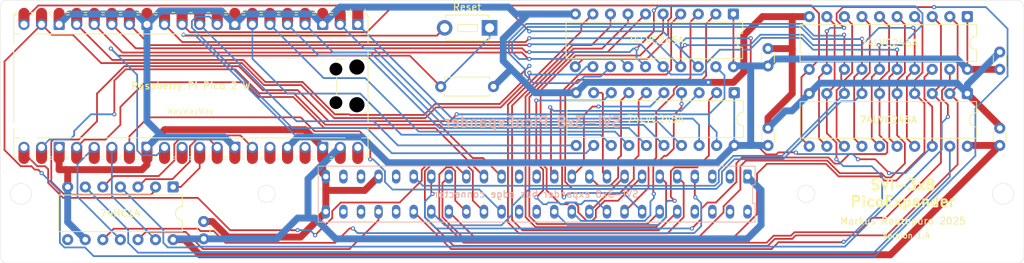
<source format=kicad_pcb>
(kicad_pcb (version 20241229) (generator "pcbnew") (generator_version "9.0")
  (title_block (title "SVI-3x8 PicoExpander") (date "2025-04-22") (rev "1.1") (company "Markus Rautopuro"))
  (layers (0 "F.Cu" signal) (2 "B.Cu" signal) (13 "F.Paste" user) (15 "B.Paste" user) (5 "F.SilkS" user "F.Silkscreen") (7 "B.SilkS" user "B.Silkscreen") (1 "F.Mask" user) (3 "B.Mask" user) (25 "Edge.Cuts" user))
  (net 0 "")
  (net 1 "{slash}BK22")
  (net 2 "Net-(A1-GPIO26_ADC0)")
  (net 4 "GND")
  (net 5 "Net-(A1-GPIO28_ADC2)")
  (net 6 "P_A3")
  (net 7 "P_A12_D4")
  (net 8 "{slash}BK21")
  (net 9 "{slash}RD")
  (net 10 "+3V3")
  (net 11 "Net-(A1-GPIO27_ADC1)")
  (net 12 "{slash}IORQ")
  (net 13 "P_A10_D2")
  (net 14 "P_A11_D3")
  (net 15 "P_A0")
  (net 16 "P_A5")
  (net 18 "P_A6")
  (net 19 "{slash}BK31")
  (net 20 "P_A7")
  (net 21 "P_A4")
  (net 23 "P_A15_D7")
  (net 24 "P_A1")
  (net 26 "P_A8_D0")
  (net 28 "P_A13_D5")
  (net 29 "{slash}BK32")
  (net 31 "P_A9_D1")
  (net 34 "P_A2")
  (net 35 "P_A14_D6")
  (net 36 "+5V")
  (net 37 "{slash}WR")
  (net 38 "A0")
  (net 39 "A13")
  (net 40 "A2")
  (net 41 "A11")
  (net 42 "A5")
  (net 43 "D7")
  (net 45 "A9")
  (net 46 "{slash}CNTRL2")
  (net 47 "{slash}RST")
  (net 48 "D5")
  (net 49 "{slash}MREQ")
  (net 50 "A10")
  (net 51 "A8")
  (net 52 "{slash}EXCSW")
  (net 54 "A15")
  (net 55 "A7")
  (net 57 "D2")
  (net 58 "D4")
  (net 59 "A3")
  (net 60 "A4")
  (net 61 "{slash}M1")
  (net 62 "D1")
  (net 63 "{slash}EXCSR")
  (net 64 "{slash}RFSH")
  (net 65 "A6")
  (net 66 "D6")
  (net 67 "A14")
  (net 68 "{slash}ROMDIS")
  (net 69 "{slash}INT")
  (net 70 "D3")
  (net 71 "A12")
  (net 72 "{slash}WAIT")
  (net 73 "A1")
  (net 74 "D0")
  (net 75 "{slash}CNTRL1")
  (net 78 "{slash}P_RD_DE")
  (net 79 "{slash}P_AE")
  (net 80 "Net-(A1-GPIO20)")
  (net 81 "{slash}P_WR_DE")
  (net 82 "Net-(A1-GPIO19)")
  (net 83 "Net-(A1-GPIO22)")
  (footprint "Package_DIP:DIP-20_W7.62mm" (layer "F.Cu") (at 179.12 112.88 -90)
    (property "Reference" "U2")
    (property "Value" "74LVC245A")
  )
  (footprint "Capacitor_THT:C_Disc_D3.0mm_W1.6mm_P2.50mm" (layer "F.Cu") (at 102.42 134 90)
    (property "Reference" "C4")
    (property "Value" "0.1μF")
  )
  (footprint "Package_DIP:DIP-20_W7.62mm" (layer "F.Cu") (at 179 101.5 -90)
    (property "Reference" "U4")
    (property "Value" "74LVC245A")
  )
  (footprint "Package_DIP:DIP-14_W7.62mm" (layer "F.Cu") (at 98 126.5 -90)
    (property "Reference" "U3")
    (property "Value" "74HC14")
  )
  (footprint "Capacitor_THT:C_Disc_D3.0mm_W1.6mm_P2.50mm" (layer "F.Cu") (at 184 120.5 90)
    (property "Reference" "C2")
    (property "Value" "0.1μF")
  )
  (footprint "Package_DIP:DIP-20_W7.62mm" (layer "F.Cu") (at 212.82 101.88 -90)
    (property "Reference" "U1")
    (property "Value" "74LVC245A")
  )
  (footprint "Capacitor_THT:C_Disc_D3.0mm_W1.6mm_P2.50mm" (layer "F.Cu") (at 184 109 90)
    (property "Reference" "C3")
    (property "Value" "0.1μF")
  )
  (footprint "Capacitor_THT:C_Disc_D3.0mm_W1.6mm_P2.50mm" (layer "F.Cu") (at 217.5 120.5 90)
    (property "Reference" "C5")
    (property "Value" "0.1μF")
  )
  (footprint "Button_Switch_THT:SW_PUSH_1P1T_6x3.5mm_H4.3_APEM_MJTP1243" (layer "F.Cu") (at 143.75 103.5 180)
    (property "Reference" "SW1")
    (property "Value" "Reset")
  )
  (footprint "Package_DIP:DIP-20_W7.62mm" (layer "F.Cu") (at 212.82 113 -90)
    (property "Reference" "U5")
    (property "Value" "74LVC245A")
  )
  (footprint "Module:RaspberryPi_Pico_Common_Unspecified" (layer "F.Cu") (at 100.57 111.89 -90)
    (property "Reference" "A1")
    (property "Value" "Raspberry Pi Pico 2 W")
  )
  (footprint "Resistor_THT:R_Axial_DIN0207_L6.3mm_D2.5mm_P7.62mm_Horizontal" (layer "F.Cu") (at 144.31 112 180)
    (property "Reference" "R1")
    (property "Value" "10kΩ")
  )
  (footprint "Capacitor_THT:C_Disc_D3.0mm_W1.6mm_P2.50mm" (layer "F.Cu") (at 217.5 109.5 90)
    (property "Reference" "C1")
    (property "Value" "0.1μF")
  )
  (footprint "Spectravideo:DIP-50_EXPANDER_BUS" (layer "B.Cu") (at 150.56 127.54 180)
    (property "Reference" "J1")
    (property "Value" "SVI-3x8 expander bus edge connector")
  )
  (gr_arc (start 74 137.5) (mid 73.292893 137.207107) (end 73 136.5) (stroke (width 0.05)) (layer "Edge.Cuts"))
  (gr_circle (center 217.979309 127.5) (end 219.5 127.5) (stroke (width 0.05)) (fill no) (layer "Edge.Cuts"))
  (gr_line (start 73 100.5) (end 73 136.5) (stroke (width 0.05)) (layer "Edge.Cuts"))
  (gr_line (start 221 136.5) (end 221 100.5) (stroke (width 0.05)) (layer "Edge.Cuts"))
  (gr_arc (start 221 136.5) (mid 220.707107 137.207107) (end 220 137.5) (stroke (width 0.05)) (layer "Edge.Cuts"))
  (gr_circle (center 111.5 127.5) (end 112.75 127.5) (stroke (width 0.05)) (fill no) (layer "Edge.Cuts"))
  (gr_line (start 74 137.5) (end 220 137.5) (stroke (width 0.05)) (layer "Edge.Cuts"))
  (gr_line (start 220 99.5) (end 74 99.5) (stroke (width 0.05)) (layer "Edge.Cuts"))
  (gr_arc (start 73 100.5) (mid 73.292893 99.792893) (end 74 99.5) (stroke (width 0.05)) (layer "Edge.Cuts"))
  (gr_circle (center 76 127.5) (end 77.520691 127.5) (stroke (width 0.05)) (fill no) (layer "Edge.Cuts"))
  (gr_arc (start 220 99.5) (mid 220.707107 99.792893) (end 221 100.5) (stroke (width 0.05)) (layer "Edge.Cuts"))
  (gr_circle (center 189.5 127.5) (end 190.75 127.5) (stroke (width 0.05)) (fill no) (layer "Edge.Cuts"))
  (gr_text "Markus Rautopuro 2025" (at 203.5 132 0) (layer "F.SilkS") (effects (font (size 1 1)) (justify bottom)))
  (gr_text "SVI-3x8\nPicoExpander" (at 203.5 129.5 0) (layer "F.SilkS") (effects (font (size 1.5 1.5) (thickness 0.3) (bold yes)) (justify bottom)))
  (gr_text "Version 1.4" (at 204 134 0) (layer "F.SilkS") (effects (font (size 0.8 0.8)) (justify bottom)))
  (gr_text "WayWayWay" (at 100.5 116 0) (layer "F.SilkS") (effects (font (size 0.8 0.8) (thickness 0.08)) (justify bottom)))
  (gr_text "SVI-3x8 PicoExpander" (at 150 118 0) (layer "B.SilkS") (effects (font (size 1.5 1.5) (thickness 0.3) (bold yes)) (justify bottom mirror)))
  (segment (start 101.84 123.76) (end 101.84 120.78) (width 0.25) (layer "F.Cu") (net 2))
  (segment (start 99.1 126.5) (end 98 126.5) (width 0.25) (layer "F.Cu") (net 2))
  (segment (start 101.84 123.76) (end 99.1 126.5) (width 0.25) (layer "F.Cu") (net 2))
  (segment (start 189.96 101.88) (end 187.5 101.88) (width 1) (layer "F.Cu") (net 4))
  (segment (start 119.62 124.54) (end 120.08 125) (width 1) (layer "F.Cu") (net 4))
  (segment (start 180.5 109.877) (end 180.5 104.584372) (width 1) (layer "F.Cu") (net 4))
  (segment (start 187.5 113) (end 184 116.5) (width 1) (layer "F.Cu") (net 4))
  (segment (start 184 106.5) (end 187.5 106.5) (width 1) (layer "F.Cu") (net 4))
  (segment (start 179 111.379) (end 180.501 109.878) (width 1) (layer "F.Cu") (net 4))
  (segment (start 217.5 118) (end 217.5 117.68) (width 1) (layer "F.Cu") (net 4))
  (segment (start 183.204372 101.88) (end 187.5 101.88) (width 1) (layer "F.Cu") (net 4))
  (segment (start 82.76 124.26) (end 82.5 124) (width 1) (layer "F.Cu") (net 4))
  (segment (start 175.371917 111.379) (end 179 111.379) (width 1) (layer "F.Cu") (net 4))
  (segment (start 82.76 126.5) (end 82.76 124.26) (width 1) (layer "F.Cu") (net 4))
  (segment (start 217.5 117.68) (end 212.82 113) (width 1) (layer "F.Cu") (net 4))
  (segment (start 93.5 124) (end 82.5 124) (width 1) (layer "F.Cu") (net 4))
  (segment (start 119.62 120.78) (end 117.063 118.223) (width 1) (layer "F.Cu") (net 4))
  (segment (start 119.62 121.58) (end 119.62 124.54) (width 1) (layer "F.Cu") (net 4))
  (segment (start 117.063 118.223) (end 96.777 118.223) (width 1) (layer "F.Cu") (net 4))
  (segment (start 81.52 121.58) (end 81.52 124) (width 1) (layer "F.Cu") (net 4))
  (segment (start 105.91514 133.747) (end 116.413 133.747) (width 1) (layer "F.Cu") (net 4))
  (segment (start 120.08 125) (end 120.08 127) (width 1) (layer "F.Cu") (net 4))
  (segment (start 187.5 106.5) (end 187.5 101.88) (width 1) (layer "F.Cu") (net 4))
  (segment (start 120.08 127) (end 120.08 130.08) (width 1) (layer "F.Cu") (net 4))
  (segment (start 184 116.5) (end 184 118) (width 1) (layer "F.Cu") (net 4))
  (segment (start 116.413 133.747) (end 120.08 130.08) (width 1) (layer "F.Cu") (net 4))
  (segment (start 106.92 121.962736) (end 106.92 121.58) (width 1) (layer "F.Cu") (net 4))
  (segment (start 102.42 131.5) (end 103.66814 131.5) (width 1) (layer "F.Cu") (net 4))
  (segment (start 180.5 104.584372) (end 183.204372 101.88) (width 1) (layer "F.Cu") (net 4))
  (segment (start 94.22 123.28) (end 93.5 124) (width 1) (layer "F.Cu") (net 4))
  (segment (start 119.58 124.5) (end 119.62 124.54) (width 1) (layer "F.Cu") (net 4))
  (segment (start 125.7 127) (end 120.08 127) (width 1) (layer "F.Cu") (net 4))
  (segment (start 94.22 121.58) (end 94.22 123.28) (width 1) (layer "F.Cu") (net 4))
  (segment (start 127.7 125) (end 125.7 127) (width 1) (layer "F.Cu") (net 4))
  (segment (start 96.777 118.223) (end 94.22 120.78) (width 1) (layer "F.Cu") (net 4))
  (segment (start 82.5 124) (end 81.52 124) (width 1) (layer "F.Cu") (net 4))
  (segment (start 103.66814 131.5) (end 105.91514 133.747) (width 1) (layer "F.Cu") (net 4))
  (segment (start 180.501 109.878) (end 180.5 109.877) (width 1) (layer "F.Cu") (net 4))
  (segment (start 187.5 113) (end 187.5 106.5) (width 1) (layer "F.Cu") (net 4))
  (via (at 175.371917 111.379) (size 0.8) (drill 0.4) (layers "F.Cu" "B.Cu") (net 4))
  (segment (start 149.223281 111.776719) (end 146.723281 109.276719) (width 1) (layer "B.Cu") (net 4))
  (segment (start 83.021 101.499) (end 81.52 103) (width 1) (layer "B.Cu") (net 4))
  (segment (start 150.326562 112.88) (end 149.223281 111.776719) (width 1) (layer "B.Cu") (net 4))
  (segment (start 151.5 101.5) (end 156.14 101.5) (width 1) (layer "B.Cu") (net 4))
  (segment (start 174.628 111.379) (end 175.371917 111.379) (width 1) (layer "B.Cu") (net 4))
  (segment (start 94.22 103) (end 94.22 116.999) (width 1) (layer "B.Cu") (net 4))
  (segment (start 146.723281 109.276719) (end 145.723 108.276438) (width 1) (layer "B.Cu") (net 4))
  (segment (start 147.5 101.5) (end 151.5 101.5) (width 1) (layer "B.Cu") (net 4))
  (segment (start 211.319 111.499) (end 212.82 113) (width 1) (layer "B.Cu") (net 4))
  (segment (start 187.46 115.5) (end 189.96 113) (width 1) (layer "B.Cu") (net 4))
  (segment (start 106.92 103) (end 104.968 101.048) (width 1) (layer "B.Cu") (net 4))
  (segment (start 106.92 120.78) (end 105.419 119.279) (width 1) (layer "B.Cu") (net 4))
  (segment (start 105.419 119.279) (end 96.5 119.279) (width 1) (layer "B.Cu") (net 4))
  (segment (start 108.42 101.5) (end 106.92 103) (width 1) (layer "B.Cu") (net 4))
  (segment (start 157.761 111.379) (end 168.5 111.379) (width 1) (layer "B.Cu") (net 4))
  (segment (start 175.371917 111.379) (end 175.373329 111.380412) (width 1) (layer "B.Cu") (net 4))
  (segment (start 104.968 101.048) (end 96.172 101.048) (width 1) (layer "B.Cu") (net 4))
  (segment (start 92.719 101.499) (end 83.021 101.499) (width 1) (layer "B.Cu") (net 4))
  (segment (start 95.721 119.279) (end 94.22 120.78) (width 1) (layer "B.Cu") (net 4))
  (segment (start 189.96 113) (end 191.461 111.499) (width 1) (layer "B.Cu") (net 4))
  (segment (start 119.62 103) (end 122.119 100.501) (width 1) (layer "B.Cu") (net 4))
  (segment (start 96.172 101.048) (end 94.22 103) (width 1) (layer "B.Cu") (net 4))
  (segment (start 119.62 103) (end 118.12 101.5) (width 1) (layer "B.Cu") (net 4))
  (segment (start 122.119 100.501) (end 146.501 100.501) (width 1) (layer "B.Cu") (net 4))
  (segment (start 85.3 134.12) (end 82.76 131.58) (width 1) (layer "B.Cu") (net 4))
  (segment (start 186.5 115.5) (end 184 118) (width 1) (layer "B.Cu") (net 4))
  (segment (start 145.723 108.276438) (end 145.723 105.085752) (width 1) (layer "B.Cu") (net 4))
  (segment (start 146.723281 109.586719) (end 146.723281 109.276719) (width 1) (layer "B.Cu") (net 4))
  (segment (start 96.5 119.279) (end 95.721 119.279) (width 1) (layer "B.Cu") (net 4))
  (segment (start 156.26 112.88) (end 150.326562 112.88) (width 1) (layer "B.Cu") (net 4))
  (segment (start 212.82 111.68) (end 217.5 107) (width 1) (layer "B.Cu") (net 4))
  (segment (start 94.22 116.999) (end 96.5 119.279) (width 1) (layer "B.Cu") (net 4))
  (segment (start 187.46 115.5) (end 186.5 115.5) (width 1) (layer "B.Cu") (net 4))
  (segment (start 145.723 105.085752) (end 149.308752 101.5) (width 1) (layer "B.Cu") (net 4))
  (segment (start 212.82 113) (end 212.82 111.68) (width 1) (layer "B.Cu") (net 4))
  (segment (start 94.22 103) (end 92.719 101.499) (width 1) (layer "B.Cu") (net 4))
  (segment (start 118.12 101.5) (end 108.42 101.5) (width 1) (layer "B.Cu") (net 4))
  (segment (start 144.31 112) (end 146.723281 109.586719) (width 1) (layer "B.Cu") (net 4))
  (segment (start 146.501 100.501) (end 147.5 101.5) (width 1) (layer "B.Cu") (net 4))
  (segment (start 168.5 111.379) (end 174.628 111.379) (width 1) (layer "B.Cu") (net 4))
  (segment (start 149.308752 101.5) (end 151.5 101.5) (width 1) (layer "B.Cu") (net 4))
  (segment (start 82.76 131.58) (end 82.76 126.5) (width 1) (layer "B.Cu") (net 4))
  (segment (start 156.26 112.88) (end 157.761 111.379) (width 1) (layer "B.Cu") (net 4))
  (segment (start 191.461 111.499) (end 211.319 111.499) (width 1) (layer "B.Cu") (net 4))
  (segment (start 95.925 124.923) (end 91.5 124.923) (width 0.25) (layer "F.Cu") (net 5))
  (segment (start 99.438594 119.049) (end 107.729 119.049) (width 0.25) (layer "F.Cu") (net 5))
  (segment (start 89.417 124.923) (end 87.84 126.5) (width 0.25) (layer "F.Cu") (net 5))
  (segment (start 98.174 122.674) (end 95.925 124.923) (width 0.25) (layer "F.Cu") (net 5))
  (segment (start 98.174 120.313594) (end 99.438594 119.049) (width 0.25) (layer "F.Cu") (net 5))
  (segment (start 98.174 122.674) (end 98.174 120.313594) (width 0.25) (layer "F.Cu") (net 5))
  (segment (start 107.729 119.049) (end 109.46 120.78) (width 0.25) (layer "F.Cu") (net 5))
  (segment (start 91.5 124.923) (end 89.417 124.923) (width 0.25) (layer "F.Cu") (net 5))
  (segment (start 136.521 117.979) (end 136.5 118) (width 0.25) (layer "B.Cu") (net 6))
  (segment (start 166.42 120.5) (end 163.899 117.979) (width 0.25) (layer "B.Cu") (net 6))
  (segment (start 163.899 117.979) (end 136.521 117.979) (width 0.25) (layer "B.Cu") (net 6))
  (segment (start 136.5 118) (end 126 107.5) (width 0.25) (layer "B.Cu") (net 6))
  (segment (start 119 107.46) (end 114.54 103) (width 0.25) (layer "B.Cu") (net 6))
  (segment (start 126 107.5) (end 119 107.5) (width 0.25) (layer "B.Cu") (net 6))
  (segment (start 119 107.5) (end 119 107.46) (width 0.25) (layer "B.Cu") (net 6))
  (segment (start 90.668905 107.068905) (end 86.6 103) (width 0.25) (layer "F.Cu") (net 7))
  (segment (start 148.431095 107.068905) (end 90.668905 107.068905) (width 0.25) (layer "F.Cu") (net 7))
  (segment (start 197.58 120.62) (end 196.454 119.494) (width 0.25) (layer "F.Cu") (net 7))
  (segment (start 196.454 119.494) (end 196.454 110.626) (width 0.25) (layer "F.Cu") (net 7))
  (segment (start 149.5 108) (end 149.36219 108) (width 0.25) (layer "F.Cu") (net 7))
  (segment (start 149.36219 108) (end 148.431095 107.068905) (width 0.25) (layer "F.Cu") (net 7))
  (segment (start 196.454 110.626) (end 197.58 109.5) (width 0.25) (layer "F.Cu") (net 7))
  (segment (start 197.58 109.5) (end 197.58 105.08) (width 0.25) (layer "F.Cu") (net 7))
  (via (at 149.5 108) (size 0.6) (drill 0.3) (layers "F.Cu" "B.Cu") (net 7))
  (via (at 197.58 105.08) (size 0.6) (drill 0.3) (layers "F.Cu" "B.Cu") (net 7))
  (segment (start 149.240702 103.374) (end 147 105.614702) (width 0.25) (layer "B.Cu") (net 7))
  (segment (start 149.506 107.994) (end 162.634 107.994) (width 0.25) (layer "B.Cu") (net 7))
  (segment (start 148 108) (end 149.5 108) (width 0.25) (layer "B.Cu") (net 7))
  (segment (start 147 105.614702) (end 147 107) (width 0.25) (layer "B.Cu") (net 7))
  (segment (start 188.73619 103.374) (end 149.240702 103.374) (width 0.25) (layer "B.Cu") (net 7))
  (segment (start 149.5 108) (end 149.506 107.994) (width 0.25) (layer "B.Cu") (net 7))
  (segment (start 147 107) (end 148 108) (width 0.25) (layer "B.Cu") (net 7))
  (segment (start 197.58 105.08) (end 197.534 105.126) (width 0.25) (layer "B.Cu") (net 7))
  (segment (start 190.48819 105.126) (end 188.73619 103.374) (width 0.25) (layer "B.Cu") (net 7))
  (segment (start 197.534 105.126) (end 190.48819 105.126) (width 0.25) (layer "B.Cu") (net 7))
  (segment (start 162.634 107.994) (end 163.76 109.12) (width 0.25) (layer "B.Cu") (net 7))
  (segment (start 79.938 123.938) (end 79.506 123.506) (width 0.25) (layer "F.Cu") (net 9))
  (segment (start 141.326 124.216438) (end 141.326 128.466) (width 0.25) (layer "F.Cu") (net 9))
  (segment (start 141.326 128.466) (end 142.94 130.08) (width 0.25) (layer "F.Cu") (net 9))
  (segment (start 121.006 130.994) (end 121.006 129.984438) (width 0.25) (layer "F.Cu") (net 9))
  (segment (start 82.106785 128.077) (end 79.938 125.908215) (width 0.25) (layer "F.Cu") (net 9))
  (segment (start 139.881562 122.772) (end 141.326 124.216438) (width 0.25) (layer "F.Cu") (net 9))
  (segment (start 130.746 128.754) (end 133.943 125.557) (width 0.25) (layer "F.Cu") (net 9))
  (segment (start 133.943 125.557) (end 133.943 124.029628) (width 0.25) (layer "F.Cu") (net 9))
  (segment (start 115.999393 132.746393) (end 106.246393 132.746393) (width 0.25) (layer "F.Cu") (net 9))
  (segment (start 118.526 133.474) (end 121.006 130.994) (width 0.25) (layer "F.Cu") (net 9))
  (segment (start 101.5 128.077) (end 82.106785 128.077) (width 0.25) (layer "F.Cu") (net 9))
  (segment (start 106.246393 132.746393) (end 101.577 128.077) (width 0.25) (layer "F.Cu") (net 9))
  (segment (start 135.200628 122.772) (end 139.881562 122.772) (width 0.25) (layer "F.Cu") (net 9))
  (segment (start 122.236438 128.754) (end 130.746 128.754) (width 0.25) (layer "F.Cu") (net 9))
  (segment (start 133.943 124.029628) (end 135.200628 122.772) (width 0.25) (layer "F.Cu") (net 9))
  (segment (start 121.006 129.984438) (end 122.236438 128.754) (width 0.25) (layer "F.Cu") (net 9))
  (segment (start 78.366 123.506) (end 76.44 121.58) (width 0.25) (layer "F.Cu") (net 9))
  (segment (start 79.506 123.506) (end 78.366 123.506) (width 0.25) (layer "F.Cu") (net 9))
  (segment (start 101.577 128.077) (end 101.5 128.077) (width 0.25) (layer "F.Cu") (net 9))
  (segment (start 79.938 125.908215) (end 79.938 123.938) (width 0.25) (layer "F.Cu") (net 9))
  (via (at 115.999393 132.746393) (size 0.6) (drill 0.3) (layers "F.Cu" "B.Cu") (net 9))
  (via (at 118.526 133.474) (size 0.6) (drill 0.3) (layers "F.Cu" "B.Cu") (net 9))
  (segment (start 117.798393 132.746393) (end 115.999393 132.746393) (width 0.25) (layer "B.Cu") (net 9))
  (segment (start 118.526 133.474) (end 117.798393 132.746393) (width 0.25) (layer "B.Cu") (net 9))
  (segment (start 217.5 109.5) (end 212.82 109.5) (width 1) (layer "F.Cu") (net 10))
  (segment (start 212.82 101.88) (end 212.82 109.5) (width 0.25) (layer "F.Cu") (net 10))
  (segment (start 179 109.12) (end 179 101.5) (width 0.25) (layer "F.Cu") (net 10))
  (segment (start 137.25 103.5) (end 136.125 104.625) (width 0.25) (layer "F.Cu") (net 10))
  (segment (start 99.625 104.625) (end 99.5 104.5) (width 0.25) (layer "F.Cu") (net 10))
  (segment (start 101 104.625) (end 99.625 104.625) (width 0.25) (layer "F.Cu") (net 10))
  (segment (start 136.125 104.625) (end 101 104.625) (width 0.25) (layer "F.Cu") (net 10))
  (via (at 99.5 104.5) (size 0.6) (drill 0.3) (layers "F.Cu" "B.Cu") (net 10))
  (segment (start 179.12 109) (end 179 109.12) (width 1) (layer "B.Cu") (net 10))
  (segment (start 115.929786 119.32) (end 116 119.32) (width 0.25) (layer "B.Cu") (net 10))
  (segment (start 184 109) (end 185.001 107.999) (width 1) (layer "B.Cu") (net 10))
  (segment (start 184 120.5) (end 181.5 120.5) (width 1) (layer "B.Cu") (net 10))
  (segment (start 116.046 119.274) (end 116 119.32) (width 1) (layer "B.Cu") (net 10))
  (segment (start 101.109786 104.5) (end 115.929786 119.32) (width 0.25) (layer "B.Cu") (net 10))
  (segment (start 99.5 104.5) (end 101.109786 104.5) (width 0.25) (layer "B.Cu") (net 10))
  (segment (start 129.042735 123) (end 125.316735 119.274) (width 1) (layer "B.Cu") (net 10))
  (segment (start 184 109) (end 182 109) (width 1) (layer "B.Cu") (net 10))
  (segment (start 185.001 107.999) (end 211.319 107.999) (width 1) (layer "B.Cu") (net 10))
  (segment (start 181.5 120.5) (end 181.5 109) (width 1) (layer "B.Cu") (net 10))
  (segment (start 179.12 120.5) (end 179.12 112.88) (width 0.25) (layer "B.Cu") (net 10))
  (segment (start 176.62 123) (end 179.12 120.5) (width 1) (layer "B.Cu") (net 10))
  (segment (start 211.319 107.999) (end 212.82 109.5) (width 1) (layer "B.Cu") (net 10))
  (segment (start 116 119.32) (end 114.54 120.78) (width 1) (layer "B.Cu") (net 10))
  (segment (start 125.316735 119.274) (end 116.046 119.274) (width 1) (layer "B.Cu") (net 10))
  (segment (start 181.5 120.5) (end 179.12 120.5) (width 1) (layer "B.Cu") (net 10))
  (segment (start 182 109) (end 181.5 109) (width 1) (layer "B.Cu") (net 10))
  (segment (start 181.5 109) (end 179.12 109) (width 1) (layer "B.Cu") (net 10))
  (segment (start 176.62 123) (end 129.042735 123) (width 1) (layer "B.Cu") (net 10))
  (segment (start 101.527594 119.5) (end 103.1 119.5) (width 0.25) (layer "F.Cu") (net 11))
  (segment (start 97.898406 125.374) (end 100.426 122.846406) (width 0.25) (layer "F.Cu") (net 11))
  (segment (start 94.046 125.374) (end 92.92 126.5) (width 0.25) (layer "F.Cu") (net 11))
  (segment (start 97.374 125.374) (end 97.898406 125.374) (width 0.25) (layer "F.Cu") (net 11))
  (segment (start 103.1 119.5) (end 104.38 120.78) (width 0.25) (layer "F.Cu") (net 11))
  (segment (start 100.426 122.846406) (end 100.426 120.601594) (width 0.25) (layer "F.Cu") (net 11))
  (segment (start 96 125.374) (end 97.374 125.374) (width 0.25) (layer "F.Cu") (net 11))
  (segment (start 100.426 120.601594) (end 101.527594 119.5) (width 0.25) (layer "F.Cu") (net 11))
  (segment (start 96 125.374) (end 94.046 125.374) (width 0.25) (layer "F.Cu") (net 11))
  (segment (start 90.374 114.936984) (end 90.374 117.511298) (width 0.25) (layer "F.Cu") (net 12))
  (segment (start 90.374 117.511298) (end 88.231298 119.654) (width 0.25) (layer "F.Cu") (net 12))
  (segment (start 119.86219 118) (end 115.36219 113.5) (width 0.25) (layer "F.Cu") (net 12))
  (segment (start 135.94 118) (end 119.86219 118) (width 0.25) (layer "F.Cu") (net 12))
  (segment (start 142.94 125) (end 135.94 118) (width 0.25) (layer "F.Cu") (net 12))
  (segment (start 93.950284 111.3607) (end 90.374 114.936984) (width 0.25) (layer "F.Cu") (net 12))
  (segment (start 88.231298 119.654) (end 85.186 119.654) (width 0.25) (layer "F.Cu") (net 12))
  (segment (start 108.22289 111.3607) (end 93.950284 111.3607) (width 0.25) (layer "F.Cu") (net 12))
  (segment (start 115.36219 113.5) (end 110.36219 113.5) (width 0.25) (layer "F.Cu") (net 12))
  (segment (start 85.186 119.654) (end 84.06 120.78) (width 0.25) (layer "F.Cu") (net 12))
  (segment (start 110.36219 113.5) (end 108.22289 111.3607) (width 0.25) (layer "F.Cu") (net 12))
  (segment (start 84.06 120.78) (end 84.06 122.94) (width 0.25) (layer "F.Cu") (net 12))
  (segment (start 94.68 106) (end 149.5 106) (width 0.25) (layer "F.Cu") (net 13))
  (segment (start 201.534 119.494) (end 201.534 110.626) (width 0.25) (layer "F.Cu") (net 13))
  (segment (start 202.66 120.62) (end 201.534 119.494) (width 0.25) (layer "F.Cu") (net 13))
  (segment (start 202.66 109.5) (end 202.66 106.66) (width 0.25) (layer "F.Cu") (net 13))
  (segment (start 201.534 110.626) (end 202.66 109.5) (width 0.25) (layer "F.Cu") (net 13))
  (segment (start 91.68 103) (end 94.68 106) (width 0.25) (layer "F.Cu") (net 13))
  (via (at 149.5 106) (size 0.6) (drill 0.3) (layers "F.Cu" "B.Cu") (net 13))
  (via (at 202.66 106.66) (size 0.6) (drill 0.3) (layers "F.Cu" "B.Cu") (net 13))
  (segment (start 183.072108 104.951) (end 181.363108 106.66) (width 0.25) (layer "B.Cu") (net 13))
  (segment (start 188.81319 104.951) (end 183.072108 104.951) (width 0.25) (layer "B.Cu") (net 13))
  (segment (start 177.039595 106.66) (end 175.046 108.653595) (width 0.25) (layer "B.Cu") (net 13))
  (segment (start 149.5 106) (end 149.626 105.874) (width 0.25) (layer "B.Cu") (net 13))
  (segment (start 174.386405 110.246) (end 169.966 110.246) (width 0.25) (layer "B.Cu") (net 13))
  (segment (start 190.52219 106.66) (end 188.81319 104.951) (width 0.25) (layer "B.Cu") (net 13))
  (segment (start 181.363108 106.66) (end 177.039595 106.66) (width 0.25) (layer "B.Cu") (net 13))
  (segment (start 202.66 106.66) (end 190.52219 106.66) (width 0.25) (layer "B.Cu") (net 13))
  (segment (start 165.594 105.874) (end 168.84 109.12) (width 0.25) (layer "B.Cu") (net 13))
  (segment (start 175.046 109.586405) (end 174.386405 110.246) (width 0.25) (layer "B.Cu") (net 13))
  (segment (start 169.966 110.246) (end 168.84 109.12) (width 0.25) (layer "B.Cu") (net 13))
  (segment (start 149.626 105.874) (end 165.594 105.874) (width 0.25) (layer "B.Cu") (net 13))
  (segment (start 175.046 108.653595) (end 175.046 109.586405) (width 0.25) (layer "B.Cu") (net 13))
  (segment (start 148.451 106.451) (end 92.591 106.451) (width 0.25) (layer "F.Cu") (net 14))
  (segment (start 167.5 104) (end 165 106.5) (width 0.25) (layer "F.Cu") (net 14))
  (segment (start 149.5 107) (end 149 107) (width 0.25) (layer "F.Cu") (net 14))
  (segment (start 200.12 120.62) (end 198.994 119.494) (width 0.25) (layer "F.Cu") (net 14))
  (segment (start 198.994 119.494) (end 198.994 110.626) (width 0.25) (layer "F.Cu") (net 14))
  (segment (start 198.994 110.626) (end 200.12 109.5) (width 0.25) (layer "F.Cu") (net 14))
  (segment (start 92.591 106.451) (end 89.14 103) (width 0.25) (layer "F.Cu") (net 14))
  (segment (start 200.12 106.12) (end 200 106) (width 0.25) (layer "F.Cu") (net 14))
  (segment (start 167.5 101) (end 167.5 104) (width 0.25) (layer "F.Cu") (net 14))
  (segment (start 149 107) (end 148.451 106.451) (width 0.25) (layer "F.Cu") (net 14))
  (segment (start 200.12 109.5) (end 200.12 106.12) (width 0.25) (layer "F.Cu") (net 14))
  (via (at 167.5 101) (size 0.6) (drill 0.3) (layers "F.Cu" "B.Cu") (net 14))
  (via (at 165 106.5) (size 0.6) (drill 0.3) (layers "F.Cu" "B.Cu") (net 14))
  (via (at 149.5 107) (size 0.6) (drill 0.3) (layers "F.Cu" "B.Cu") (net 14))
  (via (at 200 106) (size 0.6) (drill 0.3) (layers "F.Cu" "B.Cu") (net 14))
  (segment (start 164.5 106.5) (end 165 106.5) (width 0.25) (layer "B.Cu") (net 14))
  (segment (start 165 106.5) (end 165 107.82) (width 0.25) (layer "B.Cu") (net 14))
  (segment (start 205.286405 100.374) (end 168.126 100.374) (width 0.25) (layer "B.Cu") (net 14))
  (segment (start 164 107) (end 164.5 106.5) (width 0.25) (layer "B.Cu") (net 14))
  (segment (start 206.326 101.413595) (end 205.286405 100.374) (width 0.25) (layer "B.Cu") (net 14))
  (segment (start 165 107.82) (end 166.3 109.12) (width 0.25) (layer "B.Cu") (net 14))
  (segment (start 149.5 107) (end 164 107) (width 0.25) (layer "B.Cu") (net 14))
  (segment (start 203.385298 106) (end 206.326 103.059298) (width 0.25) (layer "B.Cu") (net 14))
  (segment (start 200 106) (end 203.385298 106) (width 0.25) (layer "B.Cu") (net 14))
  (segment (start 206.326 103.059298) (end 206.326 101.413595) (width 0.25) (layer "B.Cu") (net 14))
  (segment (start 168.126 100.374) (end 167.5 101) (width 0.25) (layer "B.Cu") (net 14))
  (segment (start 174.04 120.5) (end 174.04 117.54) (width 0.25) (layer "B.Cu") (net 15))
  (segment (start 174.04 117.54) (end 173.75 117.25) (width 0.25) (layer "B.Cu") (net 15))
  (segment (start 173.75 117.25) (end 173.126 116.626) (width 0.25) (layer "B.Cu") (net 15))
  (segment (start 138.326 116.626) (end 138.1 116.4) (width 0.25) (layer "B.Cu") (net 15))
  (segment (start 173.126 116.626) (end 138.326 116.626) (width 0.25) (layer "B.Cu") (net 15))
  (segment (start 138.1 116.4) (end 124.7 103) (width 0.25) (layer "B.Cu") (net 15))
  (segment (start 159.791 118.951) (end 130.993379 118.951) (width 0.25) (layer "B.Cu") (net 16))
  (segment (start 161.34 120.5) (end 159.791 118.951) (width 0.25) (layer "B.Cu") (net 16))
  (segment (start 125.042379 113) (end 114.5 113) (width 0.25) (layer "B.Cu") (net 16))
  (segment (start 109.46 103) (end 109.46 107.96) (width 0.25) (layer "B.Cu") (net 16))
  (segment (start 109.46 107.96) (end 114.5 113) (width 0.25) (layer "B.Cu") (net 16))
  (segment (start 130.993379 118.951) (end 125.042379 113) (width 0.25) (layer "B.Cu") (net 16))
  (segment (start 113.123798 115.876202) (end 100.714 103.466405) (width 0.25) (layer "B.Cu") (net 18))
  (segment (start 157.674 121.626) (end 129.626 121.626) (width 0.25) (layer "B.Cu") (net 18))
  (segment (start 126 118) (end 115.247596 118) (width 0.25) (layer "B.Cu") (net 18))
  (segment (start 129.626 121.626) (end 126 118) (width 0.25) (layer "B.Cu") (net 18))
  (segment (start 158.8 120.5) (end 157.674 121.626) (width 0.25) (layer "B.Cu") (net 18))
  (segment (start 115.247596 118) (end 113.123798 115.876202) (width 0.25) (layer "B.Cu") (net 18))
  (segment (start 100.714 103.466405) (end 100.714 102.533595) (width 0.25) (layer "B.Cu") (net 18))
  (segment (start 101.373595 101.874) (end 103.254 101.874) (width 0.25) (layer "B.Cu") (net 18))
  (segment (start 100.714 102.533595) (end 101.373595 101.874) (width 0.25) (layer "B.Cu") (net 18))
  (segment (start 103.254 101.874) (end 104.38 103) (width 0.25) (layer "B.Cu") (net 18))
  (segment (start 127 117) (end 115.84 117) (width 0.25) (layer "B.Cu") (net 20))
  (segment (start 130.5 120.5) (end 127 117) (width 0.25) (layer "B.Cu") (net 20))
  (segment (start 115.84 117) (end 101.84 103) (width 0.25) (layer "B.Cu") (net 20))
  (segment (start 156.26 120.5) (end 130.5 120.5) (width 0.25) (layer "B.Cu") (net 20))
  (segment (start 119.766 110.766) (end 112 103) (width 0.25) (layer "B.Cu") (net 21))
  (segment (start 133.5 118.5) (end 125.766 110.766) (width 0.25) (layer "B.Cu") (net 21))
  (segment (start 163.88 120.5) (end 161.88 118.5) (width 0.25) (layer "B.Cu") (net 21))
  (segment (start 161.88 118.5) (end 133.5 118.5) (width 0.25) (layer "B.Cu") (net 21))
  (segment (start 125.766 110.766) (end 119.766 110.766) (width 0.25) (layer "B.Cu") (net 21))
  (segment (start 188.834 119.494) (end 188.834 110.626) (width 0.25) (layer "F.Cu") (net 23))
  (segment (start 76.44 102.347594) (end 78.518594 100.269) (width 0.25) (layer "F.Cu") (net 23))
  (segment (start 76.44 103) (end 76.44 102.347594) (width 0.25) (layer "F.Cu") (net 23))
  (segment (start 156.14 109.12) (end 157.266 107.994) (width 0.25) (layer "F.Cu") (net 23))
  (segment (start 78.518594 100.269) (end 170 100.269) (width 0.25) (layer "F.Cu") (net 23))
  (segment (start 157.266 107.994) (end 166.506 107.994) (width 0.25) (layer "F.Cu") (net 23))
  (segment (start 191.374 103.5) (end 191.374 108.086) (width 0.25) (layer "F.Cu") (net 23))
  (segment (start 169.549 104.951) (end 169.549 102.451) (width 0.25) (layer "F.Cu") (net 23))
  (segment (start 169.549 102.451) (end 170 102) (width 0.25) (layer "F.Cu") (net 23))
  (segment (start 191.374 108.086) (end 189.96 109.5) (width 0.25) (layer "F.Cu") (net 23))
  (segment (start 189.96 120.62) (end 188.834 119.494) (width 0.25) (layer "F.Cu") (net 23))
  (segment (start 170 102) (end 170 100.269) (width 0.25) (layer "F.Cu") (net 23))
  (segment (start 191.374 101.413595) (end 191.374 103.5) (width 0.25) (layer "F.Cu") (net 23))
  (segment (start 188.834 110.626) (end 189.96 109.5) (width 0.25) (layer "F.Cu") (net 23))
  (segment (start 170 100.269) (end 190.229405 100.269) (width 0.25) (layer "F.Cu") (net 23))
  (segment (start 166.506 107.994) (end 169.549 104.951) (width 0.25) (layer "F.Cu") (net 23))
  (segment (start 190.229405 100.269) (end 191.374 101.413595) (width 0.25) (layer "F.Cu") (net 23))
  (segment (start 168.077 117.077) (end 137.577 117.077) (width 0.25) (layer "B.Cu") (net 24))
  (segment (start 171.5 120.5) (end 168.077 117.077) (width 0.25) (layer "B.Cu") (net 24))
  (segment (start 137.577 117.077) (end 137.25 116.75) (width 0.25) (layer "B.Cu") (net 24))
  (segment (start 137.25 116.75) (end 127 106.5) (width 0.25) (layer "B.Cu") (net 24))
  (segment (start 127 106.5) (end 125.66 106.5) (width 0.25) (layer "B.Cu") (net 24))
  (segment (start 125.66 106.5) (end 122.16 103) (width 0.25) (layer "B.Cu") (net 24))
  (segment (start 188 121.5) (end 185.5 121.5) (width 0.25) (layer "F.Cu") (net 26))
  (segment (start 100.431 104.131) (end 99.3 103) (width 0.25) (layer "F.Cu") (net 26))
  (segment (start 199.5 122.5) (end 201.5 124.5) (width 0.25) (layer "F.Cu") (net 26))
  (segment (start 126 104.131) (end 100.431 104.131) (width 0.25) (layer "F.Cu") (net 26))
  (segment (start 185.203797 121.796203) (end 183.703799 121.796203) (width 0.25) (layer "F.Cu") (net 26))
  (segment (start 207.74 114.90219) (end 207.74 120.62) (width 0.25) (layer "F.Cu") (net 26))
  (segment (start 206.614 110.626) (end 206.614 113.77619) (width 0.25) (layer "F.Cu") (net 26))
  (segment (start 146.22 100.72) (end 129.411 100.72) (width 0.25) (layer "F.Cu") (net 26))
  (segment (start 181.5 119.592405) (end 181.5 105) (width 0.25) (layer "F.Cu") (net 26))
  (segment (start 206.614 113.77619) (end 207.74 114.90219) (width 0.25) (layer "F.Cu") (net 26))
  (segment (start 149.5 104) (end 146.22 100.72) (width 0.25) (layer "F.Cu") (net 26))
  (segment (start 183.703799 121.796203) (end 181.5 119.592405) (width 0.25) (layer "F.Cu") (net 26))
  (segment (start 129.411 100.72) (end 126 104.131) (width 0.25) (layer "F.Cu") (net 26))
  (segment (start 197 122.5) (end 199.5 122.5) (width 0.25) (layer "F.Cu") (net 26))
  (segment (start 207.74 109.5) (end 206.614 110.626) (width 0.25) (layer "F.Cu") (net 26))
  (segment (start 185.5 121.5) (end 185.203797 121.796203) (width 0.25) (layer "F.Cu") (net 26))
  (segment (start 188.030847 121.530847) (end 188 121.5) (width 0.25) (layer "F.Cu") (net 26))
  (via (at 197 122.5) (size 0.6) (drill 0.3) (layers "F.Cu" "B.Cu") (net 26))
  (via (at 149.5 104) (size 0.6) (drill 0.3) (layers "F.Cu" "B.Cu") (net 26))
  (via (at 201.5 124.5) (size 0.6) (drill 0.3) (layers "F.Cu" "B.Cu") (net 26))
  (via (at 181.5 105) (size 0.6) (drill 0.3) (layers "F.Cu" "B.Cu") (net 26))
  (via (at 188.030847 121.530847) (size 0.6) (drill 0.3) (layers "F.Cu" "B.Cu") (net 26))
  (segment (start 173.92 109.12) (end 168.8 104) (width 0.25) (layer "B.Cu") (net 26))
  (segment (start 188.030847 121.530847) (end 188.246 121.746) (width 0.25) (layer "B.Cu") (net 26))
  (segment (start 173.92 109.12) (end 171.374 106.574) (width 0.25) (layer "B.Cu") (net 26))
  (segment (start 207.74 120.62) (end 203.86 124.5) (width 0.25) (layer "B.Cu") (net 26))
  (segment (start 171.374 106.574) (end 171.374 105.740702) (width 0.25) (layer "B.Cu") (net 26))
  (segment (start 172.114702 105) (end 181.5 105) (width 0.25) (layer "B.Cu") (net 26))
  (segment (start 203.86 124.5) (end 201.5 124.5) (width 0.25) (layer "B.Cu") (net 26))
  (segment (start 196.246 121.746) (end 197 122.5) (width 0.25) (layer "B.Cu") (net 26))
  (segment (start 168.8 104) (end 155 104) (width 0.25) (layer "B.Cu") (net 26))
  (segment (start 188.246 121.746) (end 196.246 121.746) (width 0.25) (layer "B.Cu") (net 26))
  (segment (start 171.374 105.740702) (end 172.114702 105) (width 0.25) (layer "B.Cu") (net 26))
  (segment (start 155 104) (end 149.5 104) (width 0.25) (layer "B.Cu") (net 26))
  (segment (start 195.04 120.62) (end 193.914 119.494) (width 0.25) (layer "F.Cu") (net 28))
  (segment (start 89.2 108.14) (end 108.14 108.14) (width 0.25) (layer "F.Cu") (net 28))
  (segment (start 193.914 112.533595) (end 194.589 111.858595) (width 0.25) (layer "F.Cu") (net 28))
  (segment (start 148.36219 111.36219) (end 148.36219 110.13781) (width 0.25) (layer "F.Cu") (net 28))
  (segment (start 121.385108 116) (end 123.5 116) (width 0.25) (layer "F.Cu") (net 28))
  (segment (start 84.06 103) (end 89.2 108.14) (width 0.25) (layer "F.Cu") (net 28))
  (segment (start 145.22438 114.5) (end 148.36219 111.36219) (width 0.25) (layer "F.Cu") (net 28))
  (segment (start 193.914 119.494) (end 193.914 112.533595) (width 0.25) (layer "F.Cu") (net 28))
  (segment (start 116.709511 111.324403) (end 121.385108 116) (width 0.25) (layer "F.Cu") (net 28))
  (segment (start 135.86219 114.5) (end 145.22438 114.5) (width 0.25) (layer "F.Cu") (net 28))
  (segment (start 194.589 109.951) (end 195.04 109.5) (width 0.25) (layer "F.Cu") (net 28))
  (segment (start 123.5 116) (end 123.591 116.091) (width 0.25) (layer "F.Cu") (net 28))
  (segment (start 111.324403 111.324403) (end 116.709511 111.324403) (width 0.25) (layer "F.Cu") (net 28))
  (segment (start 195.04 109.5) (end 195.04 104.54) (width 0.25) (layer "F.Cu") (net 28))
  (segment (start 195.04 104.54) (end 195 104.5) (width 0.25) (layer "F.Cu") (net 28))
  (segment (start 134.27119 116.091) (end 135.86219 114.5) (width 0.25) (layer "F.Cu") (net 28))
  (segment (start 148.36219 110.13781) (end 149.5 109) (width 0.25) (layer "F.Cu") (net 28))
  (segment (start 194.589 111.858595) (end 194.589 109.951) (width 0.25) (layer "F.Cu") (net 28))
  (segment (start 108.14 108.14) (end 111.324403 111.324403) (width 0.25) (layer "F.Cu") (net 28))
  (segment (start 123.591 116.091) (end 134.27119 116.091) (width 0.25) (layer "F.Cu") (net 28))
  (via (at 195 104.5) (size 0.6) (drill 0.3) (layers "F.Cu" "B.Cu") (net 28))
  (via (at 149.5 109) (size 0.6) (drill 0.3) (layers "F.Cu" "B.Cu") (net 28))
  (segment (start 148.874 110.259298) (end 148.874 110) (width 0.25) (layer "B.Cu") (net 28))
  (segment (start 148.874 109.626) (end 148.874 110) (width 0.25) (layer "B.Cu") (net 28))
  (segment (start 188.923 102.923) (end 189.25 103.25) (width 0.25) (layer "B.Cu") (net 28))
  (segment (start 157.41886 110.553) (end 156.47186 111.5) (width 0.25) (layer "B.Cu") (net 28))
  (segment (start 150.114702 111.5) (end 148.874 110.259298) (width 0.25) (layer "B.Cu") (net 28))
  (segment (start 146.549 107.18681) (end 146.549 105.427892) (width 0.25) (layer "B.Cu") (net 28))
  (segment (start 146.549 105.427892) (end 149.053892 102.923) (width 0.25) (layer "B.Cu") (net 28))
  (segment (start 148.874 109.626) (end 148.874 109.51181) (width 0.25) (layer "B.Cu") (net 28))
  (segment (start 156.47186 111.5) (end 150.114702 111.5) (width 0.25) (layer "B.Cu") (net 28))
  (segment (start 149.053892 102.923) (end 188.923 102.923) (width 0.25) (layer "B.Cu") (net 28))
  (segment (start 194.874 104.626) (end 190.626 104.626) (width 0.25) (layer "B.Cu") (net 28))
  (segment (start 195 104.5) (end 194.874 104.626) (width 0.25) (layer "B.Cu") (net 28))
  (segment (start 148.874 109.51181) (end 146.549 107.18681) (width 0.25) (layer "B.Cu") (net 28))
  (segment (start 159.787 110.553) (end 157.41886 110.553) (width 0.25) (layer "B.Cu") (net 28))
  (segment (start 149.5 109) (end 148.874 109.626) (width 0.25) (layer "B.Cu") (net 28))
  (segment (start 190.626 104.626) (end 189.25 103.25) (width 0.25) (layer "B.Cu") (net 28))
  (segment (start 161.22 109.12) (end 159.787 110.553) (width 0.25) (layer "B.Cu") (net 28))
  (segment (start 172 106) (end 171.38 106.62) (width 0.25) (layer "F.Cu") (net 31))
  (segment (start 205.2 120.62) (end 204.074 119.494) (width 0.25) (layer "F.Cu") (net 31))
  (segment (start 99.309 105.549) (end 96.76 103) (width 0.25) (layer "F.Cu") (net 31))
  (segment (start 148.951 105.549) (end 99.309 105.549) (width 0.25) (layer "F.Cu") (net 31))
  (segment (start 205.2 109.5) (end 205.2 103.7) (width 0.25) (layer "F.Cu") (net 31))
  (segment (start 204.074 119.494) (end 204.074 110.626) (width 0.25) (layer "F.Cu") (net 31))
  (segment (start 171.38 106.62) (end 171.38 109.12) (width 0.25) (layer "F.Cu") (net 31))
  (segment (start 204.074 110.626) (end 205.2 109.5) (width 0.25) (layer "F.Cu") (net 31))
  (segment (start 205.2 103.7) (end 205 103.5) (width 0.25) (layer "F.Cu") (net 31))
  (segment (start 149.5 105) (end 148.951 105.549) (width 0.25) (layer "F.Cu") (net 31))
  (via (at 172 106) (size 0.6) (drill 0.3) (layers "F.Cu" "B.Cu") (net 31))
  (via (at 205 103.5) (size 0.6) (drill 0.3) (layers "F.Cu" "B.Cu") (net 31))
  (via (at 149.5 105) (size 0.6) (drill 0.3) (layers "F.Cu" "B.Cu") (net 31))
  (segment (start 172 106) (end 181.385298 106) (width 0.25) (layer "B.Cu") (net 31))
  (segment (start 182.885298 104.5) (end 189 104.5) (width 0.25) (layer "B.Cu") (net 31))
  (segment (start 189 104.5) (end 190.5 106) (width 0.25) (layer "B.Cu") (net 31))
  (segment (start 181.385298 106) (end 182.885298 104.5) (width 0.25) (layer "B.Cu") (net 31))
  (segment (start 197.545298 106) (end 200.045298 103.5) (width 0.25) (layer "B.Cu") (net 31))
  (segment (start 190.5 106) (end 197.545298 106) (width 0.25) (layer "B.Cu") (net 31))
  (segment (start 205.666 120.334) (end 205.666 121.086405) (width 0.25) (layer "B.Cu") (net 31))
  (segment (start 149.5 105) (end 167.26 105) (width 0.25) (layer "B.Cu") (net 31))
  (segment (start 167.26 105) (end 171.38 109.12) (width 0.25) (layer "B.Cu") (net 31))
  (segment (start 200.045298 103.5) (end 205 103.5) (width 0.25) (layer "B.Cu") (net 31))
  (segment (start 165.988 117.528) (end 137.028 117.528) (width 0.25) (layer "B.Cu") (net 34))
  (segment (start 117.08 103) (end 121.129 107.049) (width 0.25) (layer "B.Cu") (net 34))
  (segment (start 126.549 107.049) (end 137 117.5) (width 0.25) (layer "B.Cu") (net 34))
  (segment (start 121.129 107.049) (end 126.549 107.049) (width 0.25) (layer "B.Cu") (net 34))
  (segment (start 137.028 117.528) (end 137 117.5) (width 0.25) (layer "B.Cu") (net 34))
  (segment (start 168.96 120.5) (end 165.988 117.528) (width 0.25) (layer "B.Cu") (net 34))
  (segment (start 78.98 103) (end 80.48 104.5) (width 0.25) (layer "F.Cu") (net 35))
  (segment (start 77.494 123.506) (end 75.973594 123.506) (width 0.25) (layer "F.Cu") (net 35))
  (segment (start 116.5 111.775403) (end 121.266597 116.542) (width 0.25) (layer "F.Cu") (net 35))
  (segment (start 149.5 110.86219) (end 149.5 110) (width 0.25) (layer "F.Cu") (net 35))
  (segment (start 83.5 104.5) (end 87.591 108.591) (width 0.25) (layer "F.Cu") (net 35))
  (segment (start 80.48 104.5) (end 83.5 104.5) (width 0.25) (layer "F.Cu") (net 35))
  (segment (start 193.914 101.413595) (end 193.914 102.414) (width 0.25) (layer "F.Cu") (net 35))
  (segment (start 208 100.5) (end 194.827595 100.5) (width 0.25) (layer "F.Cu") (net 35))
  (segment (start 191.374 110.626) (end 192.5 109.5) (width 0.25) (layer "F.Cu") (net 35))
  (segment (start 111.137593 111.775403) (end 116.5 111.775403) (width 0.25) (layer "F.Cu") (net 35))
  (segment (start 192.5 109.5) (end 192.5 104) (width 0.25) (layer "F.Cu") (net 35))
  (segment (start 107.95319 108.591) (end 111.137593 111.775403) (width 0.25) (layer "F.Cu") (net 35))
  (segment (start 193.914 102.414) (end 195 103.5) (width 0.25) (layer "F.Cu") (net 35))
  (segment (start 77.5 123.5) (end 77.494 123.506) (width 0.25) (layer "F.Cu") (net 35))
  (segment (start 194.827595 100.5) (end 193.914 101.413595) (width 0.25) (layer "F.Cu") (net 35))
  (segment (start 136 115) (end 145.36219 115) (width 0.25) (layer "F.Cu") (net 35))
  (segment (start 134.458 116.542) (end 136 115) (width 0.25) (layer "F.Cu") (net 35))
  (segment (start 73.626 121.158406) (end 73.626 108.354) (width 0.25) (layer "F.Cu") (net 35))
  (segment (start 191.374 119.494) (end 191.374 110.626) (width 0.25) (layer "F.Cu") (net 35))
  (segment (start 79 124.5) (end 78.5 124) (width 0.25) (layer "F.Cu") (net 35))
  (segment (start 121.266597 116.542) (end 134.458 116.542) (width 0.25) (layer "F.Cu") (net 35))
  (segment (start 73.626 108.354) (end 78.98 103) (width 0.25) (layer "F.Cu") (net 35))
  (segment (start 145.36219 115) (end 149.5 110.86219) (width 0.25) (layer "F.Cu") (net 35))
  (segment (start 87.591 108.591) (end 107.95319 108.591) (width 0.25) (layer "F.Cu") (net 35))
  (segment (start 78.5 124) (end 78 124) (width 0.25) (layer "F.Cu") (net 35))
  (segment (start 192.5 120.62) (end 191.374 119.494) (width 0.25) (layer "F.Cu") (net 35))
  (segment (start 75.973594 123.506) (end 73.626 121.158406) (width 0.25) (layer "F.Cu") (net 35))
  (segment (start 78 124) (end 77.5 123.5) (width 0.25) (layer "F.Cu") (net 35))
  (via (at 192.5 104) (size 0.6) (drill 0.3) (layers "F.Cu" "B.Cu") (net 35))
  (via (at 79 124.5) (size 0.6) (drill 0.3) (layers "F.Cu" "B.Cu") (net 35))
  (via (at 195 103.5) (size 0.6) (drill 0.3) (layers "F.Cu" "B.Cu") (net 35))
  (via (at 208 100.5) (size 0.6) (drill 0.3) (layers "F.Cu" "B.Cu") (net 35))
  (via (at 149.5 110) (size 0.6) (drill 0.3) (layers "F.Cu" "B.Cu") (net 35))
  (segment (start 199.45781 136.5) (end 86.51186 136.5) (width 0.25) (layer "B.Cu") (net 35))
  (segment (start 86.51186 136.5) (end 85.25786 135.246) (width 0.25) (layer "B.Cu") (net 35))
  (segment (start 218.626 110.5) (end 213.978905 115.147095) (width 0.25) (layer "B.Cu") (net 35))
  (segment (start 79 124.5) (end 81.634 127.134) (width 0.25) (layer "B.Cu") (net 35))
  (segment (start 149.746 110.246) (end 149.5 110) (width 0.25) (layer "B.Cu") (net 35))
  (segment (start 81.634 134.586405) (end 82.293595 135.246) (width 0.25) (layer "B.Cu") (net 35))
  (segment (start 81.634 127.134) (end 81.634 134.586405) (width 0.25) (layer "B.Cu") (net 35))
  (segment (start 213.978905 115.147095) (end 213.978905 121.978905) (width 0.25) (layer "B.Cu") (net 35))
  (segment (start 193 103.5) (end 192.5 104) (width 0.25) (layer "B.Cu") (net 35))
  (segment (start 195 103.5) (end 193 103.5) (width 0.25) (layer "B.Cu") (net 35))
  (segment (start 158.68 109.12) (end 157.732405 109.12) (width 0.25) (layer "B.Cu") (net 35))
  (segment (start 208 100.5) (end 215.5 100.5) (width 0.25) (layer "B.Cu") (net 35))
  (segment (start 215.5 100.5) (end 218.626 103.626) (width 0.25) (layer "B.Cu") (net 35))
  (segment (start 213.978905 121.978905) (end 199.45781 136.5) (width 0.25) (layer "B.Cu") (net 35))
  (segment (start 218.626 103.626) (end 218.626 110.5) (width 0.25) (layer "B.Cu") (net 35))
  (segment (start 85.25786 135.246) (end 84.833595 135.246) (width 0.25) (layer "B.Cu") (net 35))
  (segment (start 82.293595 135.246) (end 84.833595 135.246) (width 0.25) (layer "B.Cu") (net 35))
  (segment (start 156.606405 110.246) (end 149.746 110.246) (width 0.25) (layer "B.Cu") (net 35))
  (segment (start 157.732405 109.12) (end 156.606405 110.246) (width 0.25) (layer "B.Cu") (net 35))
  (segment (start 212.94 120.5) (end 212.82 120.62) (width 1) (layer "F.Cu") (net 36))
  (segment (start 217.5 120.5) (end 212.94 120.5) (width 1) (layer "F.Cu") (net 36))
  (segment (start 201.699 136.301) (end 217.5 120.5) (width 1) (layer "F.Cu") (net 36))
  (segment (start 99.66 134.12) (end 101.841 136.301) (width 1) (layer "F.Cu") (net 36))
  (segment (start 98 134.12) (end 99.66 134.12) (width 1) (layer "F.Cu") (net 36))
  (segment (start 101.841 136.301) (end 201.699 136.301) (width 1) (layer "F.Cu") (net 36))
  (segment (start 98.12 134) (end 98 134.12) (width 1) (layer "B.Cu") (net 36))
  (segment (start 102.42 134) (end 98.12 134) (width 1) (layer "B.Cu") (net 36))
  (segment (start 183 132) (end 183 126.96) (width 1) (layer "B.Cu") (net 36))
  (segment (start 122.060108 120.78) (end 117.5 125.340108) (width 1) (layer "B.Cu") (net 36))
  (segment (start 113 134) (end 102.42 134) (width 1) (layer "B.Cu") (net 36))
  (segment (start 118.5 131) (end 117.5 131) (width 1) (layer "B.Cu") (net 36))
  (segment (start 116 131) (end 113 134) (width 1) (layer "B.Cu") (net 36))
  (segment (start 121.5 134) (end 181 134) (width 1) (layer "B.Cu") (net 36))
  (segment (start 181 134) (end 183 132) (width 1) (layer "B.Cu") (net 36))
  (segment (start 118.5 131) (end 121.5 134) (width 1) (layer "B.Cu") (net 36))
  (segment (start 183 126.96) (end 181.04 125) (width 1) (layer "B.Cu") (net 36))
  (segment (start 122.16 120.78) (end 122.060108 120.78) (width 1) (layer "B.Cu") (net 36))
  (segment (start 117.5 125.340108) (end 117.5 131) (width 1) (layer "B.Cu") (net 36))
  (segment (start 117.5 131) (end 116 131) (width 1) (layer "B.Cu") (net 36))
  (segment (start 115.5 113) (end 115.5 112.951) (width 0.25) (layer "F.Cu") (net 37))
  (segment (start 136.5 117.5) (end 120 117.5) (width 0.25) (layer "F.Cu") (net 37))
  (segment (start 145.48 125) (end 142.801 122.321) (width 0.25) (layer "F.Cu") (net 37))
  (segment (start 107 109.5) (end 91.13781 109.5) (width 0.25) (layer "F.Cu") (net 37))
  (segment (start 120 117.5) (end 115.5 113) (width 0.25) (layer "F.Cu") (net 37))
  (segment (start 91.13781 109.5) (end 89.5 111.13781) (width 0.25) (layer "F.Cu") (net 37))
  (segment (start 141.321 122.321) (end 136.5 117.5) (width 0.25) (layer "F.Cu") (net 37))
  (segment (start 110.451 112.951) (end 107 109.5) (width 0.25) (layer "F.Cu") (net 37))
  (segment (start 89.5 111.13781) (end 89.5 116) (width 0.25) (layer "F.Cu") (net 37))
  (segment (start 115.5 112.951) (end 110.451 112.951) (width 0.25) (layer "F.Cu") (net 37))
  (segment (start 142.801 122.321) (end 141.321 122.321) (width 0.25) (layer "F.Cu") (net 37))
  (via (at 89.5 116) (size 0.6) (drill 0.3) (layers "F.Cu" "B.Cu") (net 37))
  (segment (start 83.696 119.042192) (end 83.089192 119.649) (width 0.25) (layer "B.Cu") (net 37))
  (segment (start 86.114702 116) (end 83.696 118.418702) (width 0.25) (layer "B.Cu") (net 37))
  (segment (start 83.696 118.418702) (end 83.696 119.042192) (width 0.25) (layer "B.Cu") (net 37))
  (segment (start 89.5 116) (end 86.114702 116) (width 0.25) (layer "B.Cu") (net 37))
  (segment (start 80.111 119.649) (end 78.98 120.78) (width 0.25) (layer "B.Cu") (net 37))
  (segment (start 83.089192 119.649) (end 80.111 119.649) (width 0.25) (layer "B.Cu") (net 37))
  (segment (start 170.5 128.5) (end 169.954 127.954) (width 0.25) (layer "F.Cu") (net 38))
  (segment (start 169.954 124.216438) (end 170.496438 123.674) (width 0.25) (layer "F.Cu") (net 38))
  (segment (start 170.496438 123.674) (end 173.734 123.674) (width 0.25) (layer "F.Cu") (net 38))
  (segment (start 169.954 127.954) (end 169.954 124.216438) (width 0.25) (layer "F.Cu") (net 38))
  (segment (start 176.58 112.88) (end 175.454 114.006) (width 0.25) (layer "F.Cu") (net 38))
  (segment (start 175.454 114.006) (end 175.454 121.954) (width 0.25) (layer "F.Cu") (net 38))
  (segment (start 175.454 121.954) (end 173.734 123.674) (width 0.25) (layer "F.Cu") (net 38))
  (via (at 170.5 128.5) (size 0.6) (drill 0.3) (layers "F.Cu" "B.Cu") (net 38))
  (segment (start 155.02 132) (end 153.1 130.08) (width 0.25) (layer "B.Cu") (net 38))
  (segment (start 169.266 128.766) (end 169.266 130.863562) (width 0.25) (layer "B.Cu") (net 38))
  (segment (start 169.266 130.863562) (end 168.129562 132) (width 0.25) (layer "B.Cu") (net 38))
  (segment (start 170.5 128.5) (end 169.532 128.5) (width 0.25) (layer "B.Cu") (net 38))
  (segment (start 168.129562 132) (end 155.02 132) (width 0.25) (layer "B.Cu") (net 38))
  (segment (start 169.532 128.5) (end 169.266 128.766) (width 0.25) (layer "B.Cu") (net 38))
  (segment (start 169.266 130.863562) (end 167.821562 132.308) (width 0.25) (layer "F.Cu") (net 39))
  (segment (start 148.946 130.863562) (end 148.946 113.445975) (width 0.25) (layer "F.Cu") (net 39))
  (segment (start 160 106.5) (end 163.76 102.74) (width 0.25) (layer "F.Cu") (net 39))
  (segment (start 168.34 125) (end 169.266 125.926) (width 0.25) (layer "F.Cu") (net 39))
  (segment (start 155.891975 106.5) (end 160 106.5) (width 0.25) (layer "F.Cu") (net 39))
  (segment (start 163.76 102.74) (end 163.76 101.5) (width 0.25) (layer "F.Cu") (net 39))
  (segment (start 167.821562 132.308) (end 150.390438 132.308) (width 0.25) (layer "F.Cu") (net 39))
  (segment (start 169.266 125.926) (end 169.266 130.863562) (width 0.25) (layer "F.Cu") (net 39))
  (segment (start 150.390438 132.308) (end 148.946 130.863562) (width 0.25) (layer "F.Cu") (net 39))
  (segment (start 148.946 113.445975) (end 155.891975 106.5) (width 0.25) (layer "F.Cu") (net 39))
  (segment (start 170.374 120.966405) (end 170.374 116.126) (width 0.25) (layer "F.Cu") (net 40))
  (segment (start 169.344091 121.996314) (end 170.374 120.966405) (width 0.25) (layer "F.Cu") (net 40))
  (segment (start 169 121.996314) (end 167.414 123.582314) (width 0.25) (layer "F.Cu") (net 40))
  (segment (start 170.374 116.126) (end 171.5 115) (width 0.25) (layer "F.Cu") (net 40))
  (segment (start 167.414 123.582314) (end 167.414 127.414) (width 0.25) (layer "F.Cu") (net 40))
  (segment (start 171.5 115) (end 171.5 114.5) (width 0.25) (layer "F.Cu") (net 40))
  (segment (start 167.414 127.414) (end 167.5 127.5) (width 0.25) (layer "F.Cu") (net 40))
  (segment (start 169 121.996314) (end 169.344091 121.996314) (width 0.25) (layer "F.Cu") (net 40))
  (via (at 167.5 127.5) (size 0.6) (drill 0.3) (layers "F.Cu" "B.Cu") (net 40))
  (via (at 171.5 114.5) (size 0.6) (drill 0.3) (layers "F.Cu" "B.Cu") (net 40))
  (segment (start 167.5 128.11019) (end 167 128.61019) (width 0.25) (layer "B.Cu") (net 40))
  (segment (start 167 128.61019) (end 167 130.589562) (width 0.25) (layer "B.Cu") (net 40))
  (segment (start 171.5 112.88) (end 171.5 114.5) (width 0.25) (layer "B.Cu") (net 40))
  (segment (start 156.966 131.406) (end 155.64 130.08) (width 0.25) (layer "B.Cu") (net 40))
  (segment (start 167 130.589562) (end 166.183562 131.406) (width 0.25) (layer "B.Cu") (net 40))
  (segment (start 166.183562 131.406) (end 156.966 131.406) (width 0.25) (layer "B.Cu") (net 40))
  (segment (start 167.5 127.5) (end 167.5 128.11019) (width 0.25) (layer "B.Cu") (net 40))
  (segment (start 152 127) (end 152 123.86219) (width 0.25) (layer "F.Cu") (net 41))
  (segment (start 156.167595 107.5) (end 165.5 107.5) (width 0.25) (layer "F.Cu") (net 41))
  (segment (start 159.106 129.79181) (end 159.106 130.863562) (width 0.25) (layer "F.Cu") (net 41))
  (segment (start 156.566 129.296438) (end 156.023562 128.754) (width 0.25) (layer "F.Cu") (net 41))
  (segment (start 154 129) (end 152 127) (width 0.25) (layer "F.Cu") (net 41))
  (segment (start 160.39781 128.5) (end 159.106 129.79181) (width 0.25) (layer "F.Cu") (net 41))
  (segment (start 155.246 128.754) (end 155 129) (width 0.25) (layer "F.Cu") (net 41))
  (segment (start 158.563562 131.406) (end 157.796438 131.406) (width 0.25) (layer "F.Cu") (net 41))
  (segment (start 168.84 104.16) (end 168.84 101.5) (width 0.25) (layer "F.Cu") (net 41))
  (segment (start 159.106 130.863562) (end 158.563562 131.406) (width 0.25) (layer "F.Cu") (net 41))
  (segment (start 156.023562 128.754) (end 155.246 128.754) (width 0.25) (layer "F.Cu") (net 41))
  (segment (start 162.3 128.5) (end 160.39781 128.5) (width 0.25) (layer "F.Cu") (net 41))
  (segment (start 155 129) (end 154 129) (width 0.25) (layer "F.Cu") (net 41))
  (segment (start 156.566 130.175562) (end 156.566 129.296438) (width 0.25) (layer "F.Cu") (net 41))
  (segment (start 151.126 122.98819) (end 151.126 112.541595) (width 0.25) (layer "F.Cu") (net 41))
  (segment (start 165.5 107.5) (end 168.84 104.16) (width 0.25) (layer "F.Cu") (net 41))
  (segment (start 165.8 125) (end 162.3 128.5) (width 0.25) (layer "F.Cu") (net 41))
  (segment (start 157.796438 131.406) (end 156.566 130.175562) (width 0.25) (layer "F.Cu") (net 41))
  (segment (start 152 123.86219) (end 151.126 122.98819) (width 0.25) (layer "F.Cu") (net 41))
  (segment (start 151.126 112.541595) (end 156.167595 107.5) (width 0.25) (layer "F.Cu") (net 41))
  (segment (start 162.754 121.954) (end 162.754 114.006) (width 0.25) (layer "F.Cu") (net 42))
  (segment (start 161.174 126.326) (end 162.334 125.166) (width 0.25) (layer "F.Cu") (net 42))
  (segment (start 158.18 125) (end 159.506 126.326) (width 0.25) (layer "F.Cu") (net 42))
  (segment (start 162.334 125.166) (end 162.334 122.374) (width 0.25) (layer "F.Cu") (net 42))
  (segment (start 162.754 114.006) (end 163.88 112.88) (width 0.25) (layer "F.Cu") (net 42))
  (segment (start 159.506 126.326) (end 161.174 126.326) (width 0.25) (layer "F.Cu") (net 42))
  (segment (start 162.334 122.374) (end 162.754 121.954) (width 0.25) (layer "F.Cu") (net 42))
  (segment (start 192.5 118.71781) (end 192.5 113) (width 0.25) (layer "F.Cu") (net 43))
  (segment (start 193.626 103.006) (end 192.5 101.88) (width 0.25) (layer "F.Cu") (net 43))
  (segment (start 193.626 111.874) (end 193.626 103.006) (width 0.25) (layer "F.Cu") (net 43))
  (segment (start 193.891095 122.5) (end 193.891095 120.108905) (width 0.25) (layer "F.Cu") (net 43))
  (segment (start 184.525 135.475) (end 138.175 135.475) (width 0.25) (layer "F.Cu") (net 43))
  (segment (start 185.510847 134.489153) (end 184.525 135.475) (width 0.25) (layer "F.Cu") (net 43))
  (segment (start 192.5 113) (end 193.626 111.874) (width 0.25) (layer "F.Cu") (net 43))
  (segment (start 138.175 135.475) (end 132.78 130.08) (width 0.25) (layer "F.Cu") (net 43))
  (segment (start 193.891095 120.108905) (end 192.5 118.71781) (width 0.25) (layer "F.Cu") (net 43))
  (segment (start 194.927761 134.428761) (end 194.867369 134.489153) (width 0.25) (layer "F.Cu") (net 43))
  (segment (start 194.867369 134.489153) (end 185.510847 134.489153) (width 0.25) (layer "F.Cu") (net 43))
  (via (at 193.891095 122.5) (size 0.6) (drill 0.3) (layers "F.Cu" "B.Cu") (net 43))
  (via (at 194.927761 134.428761) (size 0.6) (drill 0.3) (layers "F.Cu" "B.Cu") (net 43))
  (segment (start 199 123.5) (end 194.891095 123.5) (width 0.25) (layer "B.Cu") (net 43))
  (segment (start 200.5 125) (end 199 123.5) (width 0.25) (layer "B.Cu") (net 43))
  (segment (start 194.927761 134.428761) (end 195.173835 134.428761) (width 0.25) (layer "B.Cu") (net 43))
  (segment (start 195.173835 134.428761) (end 200.5 129.102596) (width 0.25) (layer "B.Cu") (net 43))
  (segment (start 200.5 129.102596) (end 200.5 125) (width 0.25) (layer "B.Cu") (net 43))
  (segment (start 194.891095 123.5) (end 193.891095 122.5) (width 0.25) (layer "B.Cu") (net 43))
  (segment (start 156.547595 111) (end 172.5 111) (width 0.25) (layer "F.Cu") (net 45))
  (segment (start 163.26 125) (end 161.483 126.777) (width 0.25) (layer "F.Cu") (net 45))
  (segment (start 172.794 110.706) (end 172.794 102.626) (width 0.25) (layer "F.Cu") (net 45))
  (segment (start 154.683 125.752562) (end 154.683 112.864595) (width 0.25) (layer "F.Cu") (net 45))
  (segment (start 155.707438 126.777) (end 154.683 125.752562) (width 0.25) (layer "F.Cu") (net 45))
  (segment (start 154.683 112.864595) (end 156.547595 111) (width 0.25) (layer "F.Cu") (net 45))
  (segment (start 161.483 126.777) (end 155.707438 126.777) (width 0.25) (layer "F.Cu") (net 45))
  (segment (start 172.794 102.626) (end 173.92 101.5) (width 0.25) (layer "F.Cu") (net 45))
  (segment (start 172.5 111) (end 172.794 110.706) (width 0.25) (layer "F.Cu") (net 45))
  (segment (start 101.622595 132.543) (end 101.953595 132.874) (width 0.25) (layer "F.Cu") (net 47))
  (segment (start 123.5 132.5) (end 124 132.5) (width 0.25) (layer "F.Cu") (net 47))
  (segment (start 105.573 134.573) (end 121.427 134.573) (width 0.25) (layer "F.Cu") (net 47))
  (segment (start 87.84 134.12) (end 89.417 132.543) (width 0.25) (layer "F.Cu") (net 47))
  (segment (start 122.5 133.5) (end 123.5 132.5) (width 0.25) (layer "F.Cu") (net 47))
  (segment (start 173.42 127.92) (end 173.5 128) (width 0.25) (layer "F.Cu") (net 47))
  (segment (start 103.874 132.874) (end 105.573 134.573) (width 0.25) (layer "F.Cu") (net 47))
  (segment (start 89.417 132.543) (end 101.622595 132.543) (width 0.25) (layer "F.Cu") (net 47))
  (segment (start 173.42 125) (end 173.42 127.92) (width 0.25) (layer "F.Cu") (net 47))
  (segment (start 121.427 134.573) (end 122.5 133.5) (width 0.25) (layer "F.Cu") (net 47))
  (segment (start 101.953595 132.874) (end 103.874 132.874) (width 0.25) (layer "F.Cu") (net 47))
  (via (at 173.5 128) (size 0.6) (drill 0.3) (layers "F.Cu" "B.Cu") (net 47))
  (via (at 124 132.5) (size 0.6) (drill 0.3) (layers "F.Cu" "B.Cu") (net 47))
  (segment (start 174.346 128.846) (end 174.346 132.154) (width 0.25) (layer "B.Cu") (net 47))
  (segment (start 173.5 128) (end 174.346 128.846) (width 0.25) (layer "B.Cu") (net 47))
  (segment (start 174.346 132.154) (end 173.326 133.174) (width 0.25) (layer "B.Cu") (net 47))
  (segment (start 173.326 133.174) (end 124.674 133.174) (width 0.25) (layer "B.Cu") (net 47))
  (segment (start 124.674 133.174) (end 124 132.5) (width 0.25) (layer "B.Cu") (net 47))
  (segment (start 198.706 109.966405) (end 198.706 103.006) (width 0.25) (layer "F.Cu") (net 48))
  (segment (start 198.706 103.006) (end 197.58 101.88) (width 0.25) (layer "F.Cu") (net 48))
  (segment (start 197.58 113) (end 197.58 111.092405) (width 0.25) (layer "F.Cu") (net 48))
  (segment (start 197.58 111.092405) (end 198.706 109.966405) (width 0.25) (layer "F.Cu") (net 48))
  (segment (start 186.17781 122.5) (end 179.13781 122.5) (width 0.25) (layer "B.Cu") (net 48))
  (segment (start 147 129.277) (end 147 130.5) (width 0.25) (layer "B.Cu") (net 48))
  (segment (start 176.530372 126.777) (end 149.5 126.777) (width 0.25) (layer "B.Cu") (net 48))
  (segment (start 137.289 132.049) (end 135.32 130.08) (width 0.25) (layer "B.Cu") (net 48))
  (segment (start 196.454 114.126) (end 194.55181 114.126) (width 0.25) (layer "B.Cu") (net 48))
  (segment (start 147 130.5) (end 145.451 132.049) (width 0.25) (layer "B.Cu") (net 48))
  (segment (start 194.55181 114.126) (end 186.17781 122.5) (width 0.25) (layer "B.Cu") (net 48))
  (segment (start 177.337 125.970372) (end 176.530372 126.777) (width 0.25) (layer "B.Cu") (net 48))
  (segment (start 179.13781 122.5) (end 177.337 124.30081) (width 0.25) (layer "B.Cu") (net 48))
  (segment (start 145.451 132.049) (end 137.289 132.049) (width 0.25) (layer "B.Cu") (net 48))
  (segment (start 149.5 126.777) (end 147 129.277) (width 0.25) (layer "B.Cu") (net 48))
  (segment (start 197.58 113) (end 196.454 114.126) (width 0.25) (layer "B.Cu") (net 48))
  (segment (start 177.337 124.30081) (end 177.337 125.970372) (width 0.25) (layer "B.Cu") (net 48))
  (segment (start 116.444159 116.436019) (end 111.436019 116.436019) (width 0.25) (layer "F.Cu") (net 49))
  (segment (start 91.68 119.16297) (end 94.406951 116.436019) (width 0.25) (layer "F.Cu") (net 49))
  (segment (start 126.5 120) (end 124.951 118.451) (width 0.25) (layer "F.Cu") (net 49))
  (segment (start 94.406951 116.436019) (end 111.436019 116.436019) (width 0.25) (layer "F.Cu") (net 49))
  (segment (start 118.45914 118.451) (end 116.444159 116.436019) (width 0.25) (layer "F.Cu") (net 49))
  (segment (start 91.68 120.78) (end 91.68 119.16297) (width 0.25) (layer "F.Cu") (net 49))
  (segment (start 124.951 118.451) (end 118.45914 118.451) (width 0.25) (layer "F.Cu") (net 49))
  (segment (start 126.5 122.5) (end 126.5 120) (width 0.25) (layer "F.Cu") (net 49))
  (via (at 126.5 122.5) (size 0.6) (drill 0.3) (layers "F.Cu" "B.Cu") (net 49))
  (segment (start 142.274 126.874) (end 145.48 130.08) (width 0.25) (layer "B.Cu") (net 49))
  (segment (start 129.716438 126.874) (end 142.274 126.874) (width 0.25) (layer "B.Cu") (net 49))
  (segment (start 126.5 122.5) (end 126.909562 122.5) (width 0.25) (layer "B.Cu") (net 49))
  (segment (start 128.626 125.783562) (end 129.716438 126.874) (width 0.25) (layer "B.Cu") (net 49))
  (segment (start 126.909562 122.5) (end 128.626 124.216438) (width 0.25) (layer "B.Cu") (net 49))
  (segment (start 128.626 124.216438) (end 128.626 125.783562) (width 0.25) (layer "B.Cu") (net 49))
  (segment (start 154.5 128) (end 154.232 127.732) (width 0.25) (layer "F.Cu") (net 50))
  (segment (start 170 109.552405) (end 170 102.88) (width 0.25) (layer "F.Cu") (net 50))
  (segment (start 154 112.909785) (end 156.663785 110.246) (width 0.25) (layer "F.Cu") (net 50))
  (segment (start 169.306405 110.246) (end 170 109.552405) (width 0.25) (layer "F.Cu") (net 50))
  (segment (start 154.232 122.732) (end 154 122.5) (width 0.25) (layer "F.Cu") (net 50))
  (segment (start 170 102.88) (end 171.38 101.5) (width 0.25) (layer "F.Cu") (net 50))
  (segment (start 154.232 127.732) (end 154.232 122.732) (width 0.25) (layer "F.Cu") (net 50))
  (segment (start 156.663785 110.246) (end 169.306405 110.246) (width 0.25) (layer "F.Cu") (net 50))
  (segment (start 154 122.5) (end 154 112.909785) (width 0.25) (layer "F.Cu") (net 50))
  (via (at 154.5 128) (size 0.6) (drill 0.3) (layers "F.Cu" "B.Cu") (net 50))
  (segment (start 163.094 127.374) (end 155.126 127.374) (width 0.25) (layer "B.Cu") (net 50))
  (segment (start 155.126 127.374) (end 154.5 128) (width 0.25) (layer "B.Cu") (net 50))
  (segment (start 165.8 130.08) (end 163.094 127.374) (width 0.25) (layer "B.Cu") (net 50))
  (segment (start 175.046 110.454) (end 175.046 102.914) (width 0.25) (layer "F.Cu") (net 51))
  (segment (start 171.287595 111.5) (end 172 111.5) (width 0.25) (layer "F.Cu") (net 51))
  (segment (start 172 111.5) (end 174 111.5) (width 0.25) (layer "F.Cu") (net 51))
  (segment (start 167.834 122.285595) (end 167.834 115.666) (width 0.25) (layer "F.Cu") (net 51))
  (segment (start 175.046 102.914) (end 176.46 101.5) (width 0.25) (layer "F.Cu") (net 51))
  (segment (start 167.834 115.666) (end 170.374 113.126) (width 0.25) (layer "F.Cu") (net 51))
  (segment (start 174 111.5) (end 175.046 110.454) (width 0.25) (layer "F.Cu") (net 51))
  (segment (start 163.26 130.08) (end 165.84 127.5) (width 0.25) (layer "F.Cu") (net 51))
  (segment (start 166.726 123.393595) (end 167.834 122.285595) (width 0.25) (layer "F.Cu") (net 51))
  (segment (start 166.726 126.614) (end 166.726 123.393595) (width 0.25) (layer "F.Cu") (net 51))
  (segment (start 170.374 113.126) (end 170.374 112.413595) (width 0.25) (layer "F.Cu") (net 51))
  (segment (start 165.84 127.5) (end 166.726 126.614) (width 0.25) (layer "F.Cu") (net 51))
  (segment (start 170.374 112.413595) (end 171.287595 111.5) (width 0.25) (layer "F.Cu") (net 51))
  (segment (start 146.406 131.616) (end 146.406 121.094) (width 0.25) (layer "F.Cu") (net 54))
  (segment (start 171.806 130.863562) (end 169.459562 133.21) (width 0.25) (layer "F.Cu") (net 54))
  (segment (start 146.406 114.594) (end 146.406 121.094) (width 0.25) (layer "F.Cu") (net 54))
  (segment (start 157 104) (end 146.406 114.594) (width 0.25) (layer "F.Cu") (net 54))
  (segment (start 157 103.18) (end 157 104) (width 0.25) (layer "F.Cu") (net 54))
  (segment (start 158.68 101.5) (end 157 103.18) (width 0.25) (layer "F.Cu") (net 54))
  (segment (start 170.88 125) (end 171.806 125.926) (width 0.25) (layer "F.Cu") (net 54))
  (segment (start 148 133.21) (end 146.406 131.616) (width 0.25) (layer "F.Cu") (net 54))
  (segment (start 169.459562 133.21) (end 148 133.21) (width 0.25) (layer "F.Cu") (net 54))
  (segment (start 171.806 125.926) (end 171.806 130.863562) (width 0.25) (layer "F.Cu") (net 54))
  (segment (start 159.93137 112.88) (end 160.126 113.07463) (width 0.25) (layer "F.Cu") (net 55))
  (segment (start 160.126 124.406) (end 160.72 125) (width 0.25) (layer "F.Cu") (net 55))
  (segment (start 158.8 112.88) (end 159.93137 112.88) (width 0.25) (layer "F.Cu") (net 55))
  (segment (start 160.126 113.07463) (end 160.126 124.406) (width 0.25) (layer "F.Cu") (net 55))
  (segment (start 140.182438 134.112) (end 136.934 130.863562) (width 0.25) (layer "F.Cu") (net 57))
  (segment (start 178.717562 134.112) (end 140.182438 134.112) (width 0.25) (layer "F.Cu") (net 57))
  (segment (start 202.537 125.577) (end 200.81319 125.577) (width 0.25) (layer "F.Cu") (net 57))
  (segment (start 192.373583 123.149203) (end 183.850797 123.149203) (width 0.25) (layer "F.Cu") (net 57))
  (segment (start 205.2 113) (end 205.2 111.092405) (width 0.25) (layer "F.Cu") (net 57))
  (segment (start 136.934 130.863562) (end 136.934 125.926) (width 0.25) (layer "F.Cu") (net 57))
  (segment (start 206.326 109.966405) (end 206.326 103.006) (width 0.25) (layer "F.Cu") (net 57))
  (segment (start 205.2 113) (end 206.614 114.414) (width 0.25) (layer "F.Cu") (net 57))
  (segment (start 206.614 121.5) (end 202.537 125.577) (width 0.25) (layer "F.Cu") (net 57))
  (segment (start 200.207095 124.970905) (end 194.195285 124.970905) (width 0.25) (layer "F.Cu") (net 57))
  (segment (start 136.934 125.926) (end 137.86 125) (width 0.25) (layer "F.Cu") (net 57))
  (segment (start 200.81319 125.577) (end 200.207095 124.970905) (width 0.25) (layer "F.Cu") (net 57))
  (segment (start 206.326 103.006) (end 205.2 101.88) (width 0.25) (layer "F.Cu") (net 57))
  (segment (start 182.414781 124.585219) (end 182.414781 130.414781) (width 0.25) (layer "F.Cu") (net 57))
  (segment (start 206.614 114.414) (end 206.614 121.5) (width 0.25) (layer "F.Cu") (net 57))
  (segment (start 182.414781 130.414781) (end 178.717562 134.112) (width 0.25) (layer "F.Cu") (net 57))
  (segment (start 194.195285 124.970905) (end 192.373583 123.149203) (width 0.25) (layer "F.Cu") (net 57))
  (segment (start 205.2 111.092405) (end 206.326 109.966405) (width 0.25) (layer "F.Cu") (net 57))
  (segment (start 183.850797 123.149203) (end 182.414781 124.585219) (width 0.25) (layer "F.Cu") (net 57))
  (segment (start 194.374 123.126) (end 195.754 121.746) (width 0.25) (layer "F.Cu") (net 58))
  (segment (start 179.426 125.783562) (end 179.426 123.074) (width 0.25) (layer "F.Cu") (net 58))
  (segment (start 135.32 127.32) (end 135.5 127.5) (width 0.25) (layer "F.Cu") (net 58))
  (segment (start 201.5 103.26) (end 200.12 101.88) (width 0.25) (layer "F.Cu") (net 58))
  (segment (start 200.12 111.092405) (end 201.5 109.712405) (width 0.25) (layer "F.Cu") (net 58))
  (segment (start 193.626 123.126) (end 194.374 123.126) (width 0.25) (layer "F.Cu") (net 58))
  (segment (start 192.747203 122.247203) (end 193.626 123.126) (width 0.25) (layer "F.Cu") (net 58))
  (segment (start 201 121.746) (end 201.246 121.5) (width 0.25) (layer "F.Cu") (net 58))
  (segment (start 175.246 128.754) (end 176.455562 128.754) (width 0.25) (layer "F.Cu") (net 58))
  (segment (start 135.32 125) (end 135.32 127.32) (width 0.25) (layer "F.Cu") (net 58))
  (segment (start 179.426 123.074) (end 180.252797 122.247203) (width 0.25) (layer "F.Cu") (net 58))
  (segment (start 201.246 120.153595) (end 200.12 119.027595) (width 0.25) (layer "F.Cu") (net 58))
  (segment (start 174.346 129.654) (end 175.246 128.754) (width 0.25) (layer "F.Cu") (net 58))
  (segment (start 176.455562 128.754) (end 179.426 125.783562) (width 0.25) (layer "F.Cu") (net 58))
  (segment (start 201.246 121.5) (end 201.246 120.153595) (width 0.25) (layer "F.Cu") (net 58))
  (segment (start 195.754 121.746) (end 201 121.746) (width 0.25) (layer "F.Cu") (net 58))
  (segment (start 200.12 119.027595) (end 200.12 113) (width 0.25) (layer "F.Cu") (net 58))
  (segment (start 201.5 109.712405) (end 201.5 103.26) (width 0.25) (layer "F.Cu") (net 58))
  (segment (start 173 132.5) (end 174.346 131.154) (width 0.25) (layer "F.Cu") (net 58))
  (segment (start 200.12 113) (end 200.12 111.092405) (width 0.25) (layer "F.Cu") (net 58))
  (segment (start 174.346 131.154) (end 174.346 129.654) (width 0.25) (layer "F.Cu") (net 58))
  (segment (start 180.252797 122.247203) (end 192.747203 122.247203) (width 0.25) (layer "F.Cu") (net 58))
  (via (at 135.5 127.5) (size 0.6) (drill 0.3) (layers "F.Cu" "B.Cu") (net 58))
  (via (at 173 132.5) (size 0.6) (drill 0.3) (layers "F.Cu" "B.Cu") (net 58))
  (segment (start 173 132.5) (end 136 132.5) (width 0.25) (layer "B.Cu") (net 58))
  (segment (start 134.394 128.606) (end 135.5 127.5) (width 0.25) (layer "B.Cu") (net 58))
  (segment (start 136 132.5) (end 134.394 130.894) (width 0.25) (layer "B.Cu") (net 58))
  (segment (start 134.394 130.894) (end 134.394 128.606) (width 0.25) (layer "B.Cu") (net 58))
  (segment (start 159.5 114.875) (end 158.625 114.875) (width 0.25) (layer "F.Cu") (net 59))
  (segment (start 158.625 114.875) (end 157.386 116.114) (width 0.25) (layer "F.Cu") (net 59))
  (segment (start 157.386 123.254) (end 155.64 125) (width 0.25) (layer "F.Cu") (net 59))
  (segment (start 157.386 116.114) (end 157.386 123.254) (width 0.25) (layer "F.Cu") (net 59))
  (via (at 159.5 114.875) (size 0.6) (drill 0.3) (layers "F.Cu" "B.Cu") (net 59))
  (segment (start 166.965 114.875) (end 168.96 112.88) (width 0.25) (layer "B.Cu") (net 59))
  (segment (start 159.5 114.875) (end 166.965 114.875) (width 0.25) (layer "B.Cu") (net 59))
  (segment (start 166.42 112.88) (end 165.294 114.006) (width 0.25) (layer "F.Cu") (net 60))
  (segment (start 160.76 127.5) (end 158.18 130.08) (width 0.25) (layer "F.Cu") (net 60))
  (segment (start 165.294 121.954) (end 164.596438 122.651562) (width 0.25) (layer "F.Cu") (net 60))
  (segment (start 165.294 114.006) (end 165.294 121.954) (width 0.25) (layer "F.Cu") (net 60))
  (segment (start 162.469562 127.5) (end 160.76 127.5) (width 0.25) (layer "F.Cu") (net 60))
  (segment (start 164.596438 122.651562) (end 164.596438 125.373124) (width 0.25) (layer "F.Cu") (net 60))
  (segment (start 164.596438 125.373124) (end 162.469562 127.5) (width 0.25) (layer "F.Cu") (net 60))
  (segment (start 138.243562 123.674) (end 137.476438 123.674) (width 0.25) (layer "F.Cu") (net 62))
  (segment (start 209 123) (end 209 114.26) (width 0.25) (layer "F.Cu") (net 62))
  (segment (start 138.786 128.466) (end 138.786 124.216438) (width 0.25) (layer "F.Cu") (net 62))
  (segment (start 136.483 124.667438) (end 136.483 131.050372) (width 0.25) (layer "F.Cu") (net 62))
  (segment (start 201.045 130.955) (end 209 123) (width 0.25) (layer "F.Cu") (net 62))
  (segment (start 138.786 124.216438) (end 138.243562 123.674) (width 0.25) (layer "F.Cu") (net 62))
  (segment (start 197 133.049) (end 199.094 130.955) (width 0.25) (layer "F.Cu") (net 62))
  (segment (start 209 111.74) (end 209 103.14) (width 0.25) (layer "F.Cu") (net 62))
  (segment (start 209 114.26) (end 207.74 113) (width 0.25) (layer "F.Cu") (net 62))
  (segment (start 209 103.14) (end 207.74 101.88) (width 0.25) (layer "F.Cu") (net 62))
  (segment (start 139.995628 134.563) (end 183.79919 134.563) (width 0.25) (layer "F.Cu") (net 62))
  (segment (start 184.81319 133.549) (end 187.31319 133.549) (width 0.25) (layer "F.Cu") (net 62))
  (segment (start 183.79919 134.563) (end 184.81319 133.549) (width 0.25) (layer "F.Cu") (net 62))
  (segment (start 187.81319 133.049) (end 197 133.049) (width 0.25) (layer "F.Cu") (net 62))
  (segment (start 187.31319 133.549) (end 187.81319 133.049) (width 0.25) (layer "F.Cu") (net 62))
  (segment (start 137.476438 123.674) (end 136.483 124.667438) (width 0.25) (layer "F.Cu") (net 62))
  (segment (start 199.094 130.955) (end 201.045 130.955) (width 0.25) (layer "F.Cu") (net 62))
  (segment (start 140.4 130.08) (end 138.786 128.466) (width 0.25) (layer "F.Cu") (net 62))
  (segment (start 136.483 131.050372) (end 139.995628 134.563) (width 0.25) (layer "F.Cu") (net 62))
  (segment (start 207.74 113) (end 209 111.74) (width 0.25) (layer "F.Cu") (net 62))
  (segment (start 151.5 124) (end 150.5 123) (width 0.25) (layer "F.Cu") (net 65))
  (segment (start 150.5 123) (end 150.5 114) (width 0.25) (layer "F.Cu") (net 65))
  (segment (start 151.5 127) (end 151.5 124) (width 0.25) (layer "F.Cu") (net 65))
  (segment (start 151.5 127) (end 150.5 128) (width 0.25) (layer "F.Cu") (net 65))
  (via (at 150.5 128) (size 0.6) (drill 0.3) (layers "F.Cu" "B.Cu") (net 65))
  (via (at 150.5 114) (size 0.6) (drill 0.3) (layers "F.Cu" "B.Cu") (net 65))
  (segment (start 154 129) (end 154.5 129) (width 0.25) (layer "B.Cu") (net 65))
  (segment (start 152.5 114) (end 152.506 114.006) (width 0.25) (layer "B.Cu") (net 65))
  (segment (start 153.754 128.754) (end 154 129) (width 0.25) (layer "B.Cu") (net 65))
  (segment (start 152.246 128.754) (end 153.754 128.754) (width 0.25) (layer "B.Cu") (net 65))
  (segment (start 157 129) (end 157.5 128.5) (width 0.25) (layer "B.Cu") (net 65))
  (segment (start 152.506 114.006) (end 160.214 114.006) (width 0.25) (layer "B.Cu") (net 65))
  (segment (start 150.5 128) (end 151.5 129) (width 0.25) (layer "B.Cu") (net 65))
  (segment (start 154.5 129) (end 154.746 128.754) (width 0.25) (layer "B.Cu") (net 65))
  (segment (start 160.214 114.006) (end 161.34 112.88) (width 0.25) (layer "B.Cu") (net 65))
  (segment (start 159.14 128.5) (end 160.72 130.08) (width 0.25) (layer "B.Cu") (net 65))
  (segment (start 151.5 129) (end 152 129) (width 0.25) (layer "B.Cu") (net 65))
  (segment (start 152 129) (end 152.246 128.754) (width 0.25) (layer "B.Cu") (net 65))
  (segment (start 157.5 128.5) (end 159.14 128.5) (width 0.25) (layer "B.Cu") (net 65))
  (segment (start 156.254 128.754) (end 156.5 129) (width 0.25) (layer "B.Cu") (net 65))
  (segment (start 150.5 114) (end 152.5 114) (width 0.25) (layer "B.Cu") (net 65))
  (segment (start 156.5 129) (end 157 129) (width 0.25) (layer "B.Cu") (net 65))
  (segment (start 154.746 128.754) (end 156.254 128.754) (width 0.25) (layer "B.Cu") (net 65))
  (segment (start 196.166 103.006) (end 195.04 101.88) (width 0.25) (layer "F.Cu") (net 66))
  (segment (start 195.04 113) (end 195.04 111.092405) (width 0.25) (layer "F.Cu") (net 66))
  (segment (start 196.166 109.966405) (end 196.166 103.006) (width 0.25) (layer "F.Cu") (net 66))
  (segment (start 195.04 111.092405) (end 196.166 109.966405) (width 0.25) (layer "F.Cu") (net 66))
  (segment (start 176.886 124.114) (end 176.886 125.783562) (width 0.25) (layer "B.Cu") (net 66))
  (segment (start 186.04 122) (end 179 122) (width 0.25) (layer "B.Cu") (net 66))
  (segment (start 176.343562 126.326) (end 134.106 126.326) (width 0.25) (layer "B.Cu") (net 66))
  (segment (start 179 122) (end 176.886 124.114) (width 0.25) (layer "B.Cu") (net 66))
  (segment (start 134.106 126.326) (end 132.78 125) (width 0.25) (layer "B.Cu") (net 66))
  (segment (start 195.04 113) (end 186.04 122) (width 0.25) (layer "B.Cu") (net 66))
  (segment (start 176.886 125.783562) (end 176.343562 126.326) (width 0.25) (layer "B.Cu") (net 66))
  (segment (start 147 131.259) (end 147 114.754165) (width 0.25) (layer "F.Cu") (net 67))
  (segment (start 158.5 106) (end 161.22 103.28) (width 0.25) (layer "F.Cu") (net 67))
  (segment (start 170.88 130.08) (end 168.201 132.759) (width 0.25) (layer "F.Cu") (net 67))
  (segment (start 168.201 132.759) (end 148.5 132.759) (width 0.25) (layer "F.Cu") (net 67))
  (segment (start 147 114.754165) (end 155.754165 106) (width 0.25) (layer "F.Cu") (net 67))
  (segment (start 148.5 132.759) (end 147 131.259) (width 0.25) (layer "F.Cu") (net 67))
  (segment (start 161.22 103.28) (end 161.22 101.5) (width 0.25) (layer "F.Cu") (net 67))
  (segment (start 155.754165 106) (end 158.5 106) (width 0.25) (layer "F.Cu") (net 67))
  (segment (start 99.821595 132.994) (end 94.046 132.994) (width 0.25) (layer "F.Cu") (net 68))
  (segment (start 127.7 130.08) (end 127.7 131.275) (width 0.25) (layer "F.Cu") (net 68))
  (segment (start 127.7 131.275) (end 123.5 135.475) (width 0.25) (layer "F.Cu") (net 68))
  (segment (start 94.046 132.994) (end 92.92 134.12) (width 0.25) (layer "F.Cu") (net 68))
  (segment (start 102.302595 135.475) (end 99.821595 132.994) (width 0.25) (layer "F.Cu") (net 68))
  (segment (start 123.5 135.475) (end 102.302595 135.475) (width 0.25) (layer "F.Cu") (net 68))
  (segment (start 137.86 130.08) (end 141.441 133.661) (width 0.25) (layer "F.Cu") (net 70))
  (segment (start 203.786 103.006) (end 202.66 101.88) (width 0.25) (layer "F.Cu") (net 70))
  (segment (start 180 126.870438) (end 180 123.5) (width 0.25) (layer "F.Cu") (net 70))
  (segment (start 203.786 120.153595) (end 202.66 119.027595) (width 0.25) (layer "F.Cu") (net 70))
  (segment (start 201 125.126) (end 201.759298 125.126) (width 0.25) (layer "F.Cu") (net 70))
  (segment (start 203.786 123.099298) (end 203.786 120.153595) (width 0.25) (layer "F.Cu") (net 70))
  (segment (start 194.382095 124.519905) (end 200.393905 124.519905) (width 0.25) (layer "F.Cu") (net 70))
  (segment (start 180.801797 122.698203) (end 192.560393 122.698203) (width 0.25) (layer "F.Cu") (net 70))
  (segment (start 202.66 111.092405) (end 203.786 109.966405) (width 0.25) (layer "F.Cu") (net 70))
  (segment (start 192.560393 122.698203) (end 194.382095 124.519905) (width 0.25) (layer "F.Cu") (net 70))
  (segment (start 202.66 119.027595) (end 202.66 113) (width 0.25) (layer "F.Cu") (net 70))
  (segment (start 200.393905 124.519905) (end 201 125.126) (width 0.25) (layer "F.Cu") (net 70))
  (segment (start 202.66 113) (end 202.66 111.092405) (width 0.25) (layer "F.Cu") (net 70))
  (segment (start 177.574 130.175562) (end 177.574 129.296438) (width 0.25) (layer "F.Cu") (net 70))
  (segment (start 203.786 109.966405) (end 203.786 103.006) (width 0.25) (layer "F.Cu") (net 70))
  (segment (start 141.441 133.661) (end 174.088562 133.661) (width 0.25) (layer "F.Cu") (net 70))
  (segment (start 180 123.5) (end 180.801797 122.698203) (width 0.25) (layer "F.Cu") (net 70))
  (segment (start 177.574 129.296438) (end 180 126.870438) (width 0.25) (layer "F.Cu") (net 70))
  (segment (start 201.759298 125.126) (end 203.786 123.099298) (width 0.25) (layer "F.Cu") (net 70))
  (segment (start 174.088562 133.661) (end 177.574 130.175562) (width 0.25) (layer "F.Cu") (net 70))
  (segment (start 150.627438 131.857) (end 149.5 130.729562) (width 0.25) (layer "F.Cu") (net 71))
  (segment (start 168.34 130.08) (end 166.563 131.857) (width 0.25) (layer "F.Cu") (net 71))
  (segment (start 149.5 113.529785) (end 151.514893 111.514892) (width 0.25) (layer "F.Cu") (net 71))
  (segment (start 151.5 111.529785) (end 156.029785 107) (width 0.25) (layer "F.Cu") (net 71))
  (segment (start 156.029785 107) (end 160.8 107) (width 0.25) (layer "F.Cu") (net 71))
  (segment (start 149.5 130.729562) (end 149.5 120.5) (width 0.25) (layer "F.Cu") (net 71))
  (segment (start 166.563 131.857) (end 150.627438 131.857) (width 0.25) (layer "F.Cu") (net 71))
  (segment (start 149.5 120.5) (end 149.5 113.529785) (width 0.25) (layer "F.Cu") (net 71))
  (segment (start 160.8 107) (end 166.3 101.5) (width 0.25) (layer "F.Cu") (net 71))
  (segment (start 153.1 125) (end 153 124.9) (width 0.25) (layer "F.Cu") (net 73))
  (segment (start 152.625 115.125) (end 152.5 115) (width 0.25) (layer "F.Cu") (net 73))
  (segment (start 153.1 125) (end 152.625 124.525) (width 0.25) (layer "F.Cu") (net 73))
  (segment (start 152.625 124.525) (end 152.625 115.125) (width 0.25) (layer "F.Cu") (net 73))
  (via (at 152.5 115) (size 0.6) (drill 0.3) (layers "F.Cu" "B.Cu") (net 73))
  (segment (start 153 115.5) (end 152.5 115) (width 0.25) (layer "B.Cu") (net 73))
  (segment (start 171.42 115.5) (end 153 115.5) (width 0.25) (layer "B.Cu") (net 73))
  (segment (start 174.04 112.88) (end 171.42 115.5) (width 0.25) (layer "B.Cu") (net 73))
  (segment (start 185 134) (end 187.5 134) (width 0.25) (layer "F.Cu") (net 74))
  (segment (start 211.406 114.126) (end 210.28 113) (width 0.25) (layer "F.Cu") (net 74))
  (segment (start 134.394 124.216438) (end 134.394 130.863562) (width 0.25) (layer "F.Cu") (net 74))
  (segment (start 211.406 123.254405) (end 211.406 114.126) (width 0.25) (layer "F.Cu") (net 74))
  (segment (start 135.387438 123.223) (end 134.394 124.216438) (width 0.25) (layer "F.Cu") (net 74))
  (segment (start 211.406 111.874) (end 211.406 103.006) (width 0.25) (layer "F.Cu") (net 74))
  (segment (start 210.28 113) (end 211.406 111.874) (width 0.25) (layer "F.Cu") (net 74))
  (segment (start 138.623 123.223) (end 135.387438 123.223) (width 0.25) (layer "F.Cu") (net 74))
  (segment (start 183.986 135.014) (end 185 134) (width 0.25) (layer "F.Cu") (net 74))
  (segment (start 140.4 125) (end 138.623 123.223) (width 0.25) (layer "F.Cu") (net 74))
  (segment (start 138.544438 135.014) (end 183.986 135.014) (width 0.25) (layer "F.Cu") (net 74))
  (segment (start 203.330202 131.330202) (end 211.406 123.254405) (width 0.25) (layer "F.Cu") (net 74))
  (segment (start 134.394 130.863562) (end 138.544438 135.014) (width 0.25) (layer "F.Cu") (net 74))
  (segment (start 188 133.5) (end 201.160405 133.5) (width 0.25) (layer "F.Cu") (net 74))
  (segment (start 201.160405 133.5) (end 203.330202 131.330202) (width 0.25) (layer "F.Cu") (net 74))
  (segment (start 187.5 134) (end 188 133.5) (width 0.25) (layer "F.Cu") (net 74))
  (segment (start 211.406 103.006) (end 210.28 101.88) (width 0.25) (layer "F.Cu") (net 74))
  (segment (start 210 114.62219) (end 210 116.374) (width 0.25) (layer "F.Cu") (net 78))
  (segment (start 210.28 109.5) (end 210.28 111.407595) (width 0.25) (layer "F.Cu") (net 78))
  (segment (start 209.154 112.533595) (end 209.154 113.77619) (width 0.25) (layer "F.Cu") (net 78))
  (segment (start 209.154 113.77619) (end 210 114.62219) (width 0.25) (layer "F.Cu") (net 78))
  (segment (start 210.28 111.407595) (end 209.154 112.533595) (width 0.25) (layer "F.Cu") (net 78))
  (via (at 210 116.374) (size 0.6) (drill 0.3) (layers "F.Cu" "B.Cu") (net 78))
  (segment (start 100.38 135.246) (end 97.245595 135.246) (width 0.25) (layer "B.Cu") (net 78))
  (segment (start 96.586 134.586405) (end 96.586 132.706) (width 0.25) (layer "B.Cu") (net 78))
  (segment (start 209.120203 117.253797) (end 210 116.374) (width 0.25) (layer "B.Cu") (net 78))
  (segment (start 209.120203 121.120203) (end 209.120203 117.253797) (width 0.25) (layer "B.Cu") (net 78))
  (segment (start 97.245595 135.246) (end 96.586 134.586405) (width 0.25) (layer "B.Cu") (net 78))
  (segment (start 195.114406 135.126) (end 209.120203 121.120203) (width 0.25) (layer "B.Cu") (net 78))
  (segment (start 100.5 135.126) (end 100.38 135.246) (width 0.25) (layer "B.Cu") (net 78))
  (segment (start 96.586 132.706) (end 90.38 126.5) (width 0.25) (layer "B.Cu") (net 78))
  (segment (start 100.5 135.126) (end 195.114406 135.126) (width 0.25) (layer "B.Cu") (net 78))
  (segment (start 138.007 116.993) (end 120.493 116.993) (width 0.25) (layer "F.Cu") (net 79))
  (segment (start 94.785 127.626) (end 95.46 126.951) (width 0.25) (layer "F.Cu") (net 79))
  (segment (start 120.493 116.993) (end 116 112.5) (width 0.25) (layer "F.Cu") (net 79))
  (segment (start 139 116) (end 138.007 116.993) (width 0.25) (layer "F.Cu") (net 79))
  (segment (start 80.70005 119.649) (end 80.389 119.96005) (width 0.25) (layer "F.Cu") (net 79))
  (segment (start 84.351 119.649) (end 80.70005 119.649) (width 0.25) (layer "F.Cu") (net 79))
  (segment (start 90.958 109.042) (end 87 113) (width 0.25) (layer "F.Cu") (net 79))
  (segment (start 110.958 112.5) (end 107.5 109.042) (width 0.25) (layer "F.Cu") (net 79))
  (segment (start 80.389 125.721405) (end 82.293595 127.626) (width 0.25) (layer "F.Cu") (net 79))
  (segment (start 80.389 119.96005) (end 80.389 125.721405) (width 0.25) (layer "F.Cu") (net 79))
  (segment (start 87 117) (end 84.351 119.649) (width 0.25) (layer "F.Cu") (net 79))
  (segment (start 116 112.5) (end 110.958 112.5) (width 0.25) (layer "F.Cu") (net 79))
  (segment (start 87 113) (end 87 117) (width 0.25) (layer "F.Cu") (net 79))
  (segment (start 107.5 109.042) (end 90.958 109.042) (width 0.25) (layer "F.Cu") (net 79))
  (segment (start 82.293595 127.626) (end 94.785 127.626) (width 0.25) (layer "F.Cu") (net 79))
  (via (at 139 116) (size 0.6) (drill 0.3) (layers "F.Cu" "B.Cu") (net 79))
  (segment (start 176.58 120.5) (end 176.58 118.58) (width 0.25) (layer "B.Cu") (net 79))
  (segment (start 175.454 116) (end 175.454 117.454) (width 0.25) (layer "B.Cu") (net 79))
  (segment (start 177.706 113.748) (end 175.454 116) (width 0.25) (layer "B.Cu") (net 79))
  (segment (start 175.454 116) (end 139 116) (width 0.25) (layer "B.Cu") (net 79))
  (segment (start 176.58 118.58) (end 175.454 117.454) (width 0.25) (layer "B.Cu") (net 79))
  (segment (start 176.46 109.12) (end 177.706 110.366) (width 0.25) (layer "B.Cu") (net 79))
  (segment (start 177.706 110.366) (end 177.706 113.748) (width 0.25) (layer "B.Cu") (net 79))
  (segment (start 89.14 127.8) (end 89.14 120.78) (width 0.25) (layer "B.Cu") (net 80))
  (segment (start 95.46 134.12) (end 89.14 127.8) (width 0.25) (layer "B.Cu") (net 80))
  (segment (start 91.506 134.586405) (end 91.506 132.706) (width 0.25) (layer "B.Cu") (net 81))
  (segment (start 210.28 125.04) (end 199.32 136) (width 0.25) (layer "B.Cu") (net 81))
  (segment (start 91.506 132.706) (end 85.3 126.5) (width 0.25) (layer "B.Cu") (net 81))
  (segment (start 92.919595 136) (end 91.506 134.586405) (width 0.25) (layer "B.Cu") (net 81))
  (segment (start 210.28 120.62) (end 210.28 125.04) (width 0.25) (layer "B.Cu") (net 81))
  (segment (start 199.32 136) (end 92.919595 136) (width 0.25) (layer "B.Cu") (net 81))
  (segment (start 84.174 127.914) (end 90.38 134.12) (width 0.25) (layer "B.Cu") (net 82))
  (segment (start 84.174 123.206) (end 84.174 127.914) (width 0.25) (layer "B.Cu") (net 82))
  (segment (start 86.6 120.78) (end 84.174 123.206) (width 0.25) (layer "B.Cu") (net 82))
  (segment (start 136.69 112) (end 132.209905 107.519905) (width 0.25) (layer "F.Cu") (net 83))
  (segment (start 96.76 120.78) (end 96.76 122.74) (width 0.25) (layer "F.Cu") (net 83))
  (segment (start 90.019905 107.519905) (end 89 106.5) (width 0.25) (layer "F.Cu") (net 83))
  (segment (start 132.209905 107.519905) (end 131.5 107.519905) (width 0.25) (layer "F.Cu") (net 83))
  (segment (start 131.5 107.519905) (end 90.019905 107.519905) (width 0.25) (layer "F.Cu") (net 83))
  (via (at 89 106.5) (size 0.6) (drill 0.3) (layers "F.Cu" "B.Cu") (net 83))
  (segment (start 95.629 121.911) (end 93.470595 121.911) (width 0.25) (layer "B.Cu") (net 83))
  (segment (start 92.806 121.246405) (end 92.806 110.306) (width 0.25) (layer "B.Cu") (net 83))
  (segment (start 143.75 104.94) (end 136.69 112) (width 0.25) (layer "B.Cu") (net 83))
  (segment (start 96.76 120.78) (end 95.629 121.911) (width 0.25) (layer "B.Cu") (net 83))
  (segment (start 93.470595 121.911) (end 92.806 121.246405) (width 0.25) (layer "B.Cu") (net 83))
  (segment (start 92.806 110.306) (end 89 106.5) (width 0.25) (layer "B.Cu") (net 83))
  (segment (start 143.75 103.5) (end 143.75 104.94) (width 0.25) (layer "B.Cu") (net 83))
)
</source>
